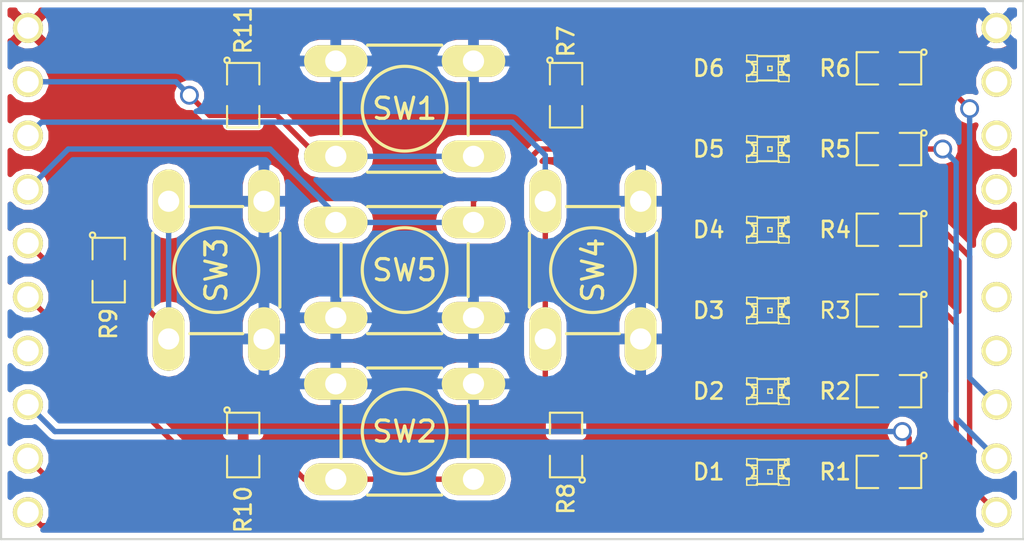
<source format=kicad_pcb>
(kicad_pcb (version 3) (host pcbnew "(2013-07-07 BZR 4022)-stable")

  (general
    (links 48)
    (no_connects 0)
    (area 186.639999 135.839999 235.000001 161.340001)
    (thickness 1.6)
    (drawings 4)
    (tracks 81)
    (zones 0)
    (modules 23)
    (nets 20)
  )

  (page A3)
  (layers
    (15 F.Cu signal)
    (0 B.Cu signal hide)
    (16 B.Adhes user)
    (17 F.Adhes user)
    (18 B.Paste user)
    (19 F.Paste user)
    (20 B.SilkS user)
    (21 F.SilkS user)
    (22 B.Mask user)
    (23 F.Mask user)
    (24 Dwgs.User user)
    (25 Cmts.User user)
    (26 Eco1.User user)
    (27 Eco2.User user)
    (28 Edge.Cuts user)
  )

  (setup
    (last_trace_width 0.254)
    (trace_clearance 0.254)
    (zone_clearance 0.254)
    (zone_45_only no)
    (trace_min 0.254)
    (segment_width 0.2)
    (edge_width 0.1)
    (via_size 0.889)
    (via_drill 0.635)
    (via_min_size 0.889)
    (via_min_drill 0.508)
    (uvia_size 0.508)
    (uvia_drill 0.127)
    (uvias_allowed no)
    (uvia_min_size 0.508)
    (uvia_min_drill 0.127)
    (pcb_text_width 0.3)
    (pcb_text_size 1.5 1.5)
    (mod_edge_width 0.15)
    (mod_text_size 1 1)
    (mod_text_width 0.15)
    (pad_size 3 1.5)
    (pad_drill 1)
    (pad_to_mask_clearance 0)
    (aux_axis_origin 0 0)
    (visible_elements FFFFFFBF)
    (pcbplotparams
      (layerselection 3178497)
      (usegerberextensions true)
      (excludeedgelayer true)
      (linewidth 0.150000)
      (plotframeref false)
      (viasonmask false)
      (mode 1)
      (useauxorigin false)
      (hpglpennumber 1)
      (hpglpenspeed 20)
      (hpglpendiameter 15)
      (hpglpenoverlay 2)
      (psnegative false)
      (psa4output false)
      (plotreference true)
      (plotvalue true)
      (plotothertext true)
      (plotinvisibletext false)
      (padsonsilk false)
      (subtractmaskfromsilk false)
      (outputformat 1)
      (mirror false)
      (drillshape 1)
      (scaleselection 1)
      (outputdirectory ""))
  )

  (net 0 "")
  (net 1 +3.3V)
  (net 2 DOWN)
  (net 3 ENTER)
  (net 4 GND)
  (net 5 LEFT)
  (net 6 N-000001)
  (net 7 N-0000010)
  (net 8 N-0000011)
  (net 9 N-0000012)
  (net 10 N-0000013)
  (net 11 N-000002)
  (net 12 N-000003)
  (net 13 N-000004)
  (net 14 N-000005)
  (net 15 N-000006)
  (net 16 N-000007)
  (net 17 N-000008)
  (net 18 RIGHT)
  (net 19 UP)

  (net_class Default "This is the default net class."
    (clearance 0.254)
    (trace_width 0.254)
    (via_dia 0.889)
    (via_drill 0.635)
    (uvia_dia 0.508)
    (uvia_drill 0.127)
    (add_net "")
    (add_net +3.3V)
    (add_net DOWN)
    (add_net ENTER)
    (add_net GND)
    (add_net LEFT)
    (add_net N-000001)
    (add_net N-0000010)
    (add_net N-0000011)
    (add_net N-0000012)
    (add_net N-0000013)
    (add_net N-000002)
    (add_net N-000003)
    (add_net N-000004)
    (add_net N-000005)
    (add_net N-000006)
    (add_net N-000007)
    (add_net N-000008)
    (add_net RIGHT)
    (add_net UP)
  )

  (module SM0805 (layer F.Cu) (tedit 52E5C39E) (tstamp 52E5B2E6)
    (at 198.12 156.845 270)
    (path /52E5A346)
    (attr smd)
    (fp_text reference R10 (at 3.048 0 270) (layer F.SilkS)
      (effects (font (size 0.762 0.762) (thickness 0.127)))
    )
    (fp_text value 10K (at 0 0.381 270) (layer F.SilkS) hide
      (effects (font (size 0.50038 0.50038) (thickness 0.10922)))
    )
    (fp_circle (center -1.651 0.762) (end -1.651 0.635) (layer F.SilkS) (width 0.09906))
    (fp_line (start -0.508 0.762) (end -1.524 0.762) (layer F.SilkS) (width 0.09906))
    (fp_line (start -1.524 0.762) (end -1.524 -0.762) (layer F.SilkS) (width 0.09906))
    (fp_line (start -1.524 -0.762) (end -0.508 -0.762) (layer F.SilkS) (width 0.09906))
    (fp_line (start 0.508 -0.762) (end 1.524 -0.762) (layer F.SilkS) (width 0.09906))
    (fp_line (start 1.524 -0.762) (end 1.524 0.762) (layer F.SilkS) (width 0.09906))
    (fp_line (start 1.524 0.762) (end 0.508 0.762) (layer F.SilkS) (width 0.09906))
    (pad 1 smd rect (at -0.9525 0 270) (size 0.889 1.397)
      (layers F.Cu F.Paste F.Mask)
      (net 1 +3.3V)
    )
    (pad 2 smd rect (at 0.9525 0 270) (size 0.889 1.397)
      (layers F.Cu F.Paste F.Mask)
      (net 2 DOWN)
    )
    (model smd/chip_cms.wrl
      (at (xyz 0 0 0))
      (scale (xyz 0.1 0.1 0.1))
      (rotate (xyz 0 0 0))
    )
  )

  (module SM0805 (layer F.Cu) (tedit 52E5D103) (tstamp 52E5B2F3)
    (at 191.77 148.59 270)
    (path /52E5A340)
    (attr smd)
    (fp_text reference R9 (at 2.54 0 270) (layer F.SilkS)
      (effects (font (size 0.762 0.762) (thickness 0.127)))
    )
    (fp_text value 10K (at 0 0.381 270) (layer F.SilkS) hide
      (effects (font (size 0.50038 0.50038) (thickness 0.10922)))
    )
    (fp_circle (center -1.651 0.762) (end -1.651 0.635) (layer F.SilkS) (width 0.09906))
    (fp_line (start -0.508 0.762) (end -1.524 0.762) (layer F.SilkS) (width 0.09906))
    (fp_line (start -1.524 0.762) (end -1.524 -0.762) (layer F.SilkS) (width 0.09906))
    (fp_line (start -1.524 -0.762) (end -0.508 -0.762) (layer F.SilkS) (width 0.09906))
    (fp_line (start 0.508 -0.762) (end 1.524 -0.762) (layer F.SilkS) (width 0.09906))
    (fp_line (start 1.524 -0.762) (end 1.524 0.762) (layer F.SilkS) (width 0.09906))
    (fp_line (start 1.524 0.762) (end 0.508 0.762) (layer F.SilkS) (width 0.09906))
    (pad 1 smd rect (at -0.9525 0 270) (size 0.889 1.397)
      (layers F.Cu F.Paste F.Mask)
      (net 1 +3.3V)
    )
    (pad 2 smd rect (at 0.9525 0 270) (size 0.889 1.397)
      (layers F.Cu F.Paste F.Mask)
      (net 5 LEFT)
    )
    (model smd/chip_cms.wrl
      (at (xyz 0 0 0))
      (scale (xyz 0.1 0.1 0.1))
      (rotate (xyz 0 0 0))
    )
  )

  (module SM0805 (layer F.Cu) (tedit 52E5C2D8) (tstamp 52E5B300)
    (at 213.36 156.845 90)
    (path /52E5A33A)
    (attr smd)
    (fp_text reference R8 (at -2.54 0 90) (layer F.SilkS)
      (effects (font (size 0.762 0.762) (thickness 0.127)))
    )
    (fp_text value 10K (at 0 0.381 90) (layer F.SilkS) hide
      (effects (font (size 0.50038 0.50038) (thickness 0.10922)))
    )
    (fp_circle (center -1.651 0.762) (end -1.651 0.635) (layer F.SilkS) (width 0.09906))
    (fp_line (start -0.508 0.762) (end -1.524 0.762) (layer F.SilkS) (width 0.09906))
    (fp_line (start -1.524 0.762) (end -1.524 -0.762) (layer F.SilkS) (width 0.09906))
    (fp_line (start -1.524 -0.762) (end -0.508 -0.762) (layer F.SilkS) (width 0.09906))
    (fp_line (start 0.508 -0.762) (end 1.524 -0.762) (layer F.SilkS) (width 0.09906))
    (fp_line (start 1.524 -0.762) (end 1.524 0.762) (layer F.SilkS) (width 0.09906))
    (fp_line (start 1.524 0.762) (end 0.508 0.762) (layer F.SilkS) (width 0.09906))
    (pad 1 smd rect (at -0.9525 0 90) (size 0.889 1.397)
      (layers F.Cu F.Paste F.Mask)
      (net 1 +3.3V)
    )
    (pad 2 smd rect (at 0.9525 0 90) (size 0.889 1.397)
      (layers F.Cu F.Paste F.Mask)
      (net 18 RIGHT)
    )
    (model smd/chip_cms.wrl
      (at (xyz 0 0 0))
      (scale (xyz 0.1 0.1 0.1))
      (rotate (xyz 0 0 0))
    )
  )

  (module SM0805 (layer F.Cu) (tedit 52E5C366) (tstamp 52E5B30D)
    (at 213.36 140.335 270)
    (path /52E5A32D)
    (attr smd)
    (fp_text reference R7 (at -2.54 0 270) (layer F.SilkS)
      (effects (font (size 0.762 0.762) (thickness 0.127)))
    )
    (fp_text value 10K (at 0 0.381 270) (layer F.SilkS) hide
      (effects (font (size 0.50038 0.50038) (thickness 0.10922)))
    )
    (fp_circle (center -1.651 0.762) (end -1.651 0.635) (layer F.SilkS) (width 0.09906))
    (fp_line (start -0.508 0.762) (end -1.524 0.762) (layer F.SilkS) (width 0.09906))
    (fp_line (start -1.524 0.762) (end -1.524 -0.762) (layer F.SilkS) (width 0.09906))
    (fp_line (start -1.524 -0.762) (end -0.508 -0.762) (layer F.SilkS) (width 0.09906))
    (fp_line (start 0.508 -0.762) (end 1.524 -0.762) (layer F.SilkS) (width 0.09906))
    (fp_line (start 1.524 -0.762) (end 1.524 0.762) (layer F.SilkS) (width 0.09906))
    (fp_line (start 1.524 0.762) (end 0.508 0.762) (layer F.SilkS) (width 0.09906))
    (pad 1 smd rect (at -0.9525 0 270) (size 0.889 1.397)
      (layers F.Cu F.Paste F.Mask)
      (net 1 +3.3V)
    )
    (pad 2 smd rect (at 0.9525 0 270) (size 0.889 1.397)
      (layers F.Cu F.Paste F.Mask)
      (net 3 ENTER)
    )
    (model smd/chip_cms.wrl
      (at (xyz 0 0 0))
      (scale (xyz 0.1 0.1 0.1))
      (rotate (xyz 0 0 0))
    )
  )

  (module SM0805 (layer F.Cu) (tedit 52E5C3A5) (tstamp 52E5B31A)
    (at 198.12 140.335 270)
    (path /52E5A34C)
    (attr smd)
    (fp_text reference R11 (at -3.048 0 270) (layer F.SilkS)
      (effects (font (size 0.762 0.762) (thickness 0.127)))
    )
    (fp_text value 10K (at 0 0.381 270) (layer F.SilkS) hide
      (effects (font (size 0.50038 0.50038) (thickness 0.10922)))
    )
    (fp_circle (center -1.651 0.762) (end -1.651 0.635) (layer F.SilkS) (width 0.09906))
    (fp_line (start -0.508 0.762) (end -1.524 0.762) (layer F.SilkS) (width 0.09906))
    (fp_line (start -1.524 0.762) (end -1.524 -0.762) (layer F.SilkS) (width 0.09906))
    (fp_line (start -1.524 -0.762) (end -0.508 -0.762) (layer F.SilkS) (width 0.09906))
    (fp_line (start 0.508 -0.762) (end 1.524 -0.762) (layer F.SilkS) (width 0.09906))
    (fp_line (start 1.524 -0.762) (end 1.524 0.762) (layer F.SilkS) (width 0.09906))
    (fp_line (start 1.524 0.762) (end 0.508 0.762) (layer F.SilkS) (width 0.09906))
    (pad 1 smd rect (at -0.9525 0 270) (size 0.889 1.397)
      (layers F.Cu F.Paste F.Mask)
      (net 1 +3.3V)
    )
    (pad 2 smd rect (at 0.9525 0 270) (size 0.889 1.397)
      (layers F.Cu F.Paste F.Mask)
      (net 19 UP)
    )
    (model smd/chip_cms.wrl
      (at (xyz 0 0 0))
      (scale (xyz 0.1 0.1 0.1))
      (rotate (xyz 0 0 0))
    )
  )

  (module SM0805 (layer F.Cu) (tedit 52E5D53F) (tstamp 52E5B327)
    (at 228.6 139.065 180)
    (path /52E59D28)
    (attr smd)
    (fp_text reference R6 (at 2.54 0 180) (layer F.SilkS)
      (effects (font (size 0.762 0.762) (thickness 0.127)))
    )
    (fp_text value 82 (at 0 0.381 180) (layer F.SilkS) hide
      (effects (font (size 0.50038 0.50038) (thickness 0.10922)))
    )
    (fp_circle (center -1.651 0.762) (end -1.651 0.635) (layer F.SilkS) (width 0.09906))
    (fp_line (start -0.508 0.762) (end -1.524 0.762) (layer F.SilkS) (width 0.09906))
    (fp_line (start -1.524 0.762) (end -1.524 -0.762) (layer F.SilkS) (width 0.09906))
    (fp_line (start -1.524 -0.762) (end -0.508 -0.762) (layer F.SilkS) (width 0.09906))
    (fp_line (start 0.508 -0.762) (end 1.524 -0.762) (layer F.SilkS) (width 0.09906))
    (fp_line (start 1.524 -0.762) (end 1.524 0.762) (layer F.SilkS) (width 0.09906))
    (fp_line (start 1.524 0.762) (end 0.508 0.762) (layer F.SilkS) (width 0.09906))
    (pad 1 smd rect (at -0.9525 0 180) (size 0.889 1.397)
      (layers F.Cu F.Paste F.Mask)
      (net 17 N-000008)
    )
    (pad 2 smd rect (at 0.9525 0 180) (size 0.889 1.397)
      (layers F.Cu F.Paste F.Mask)
      (net 11 N-000002)
    )
    (model smd/chip_cms.wrl
      (at (xyz 0 0 0))
      (scale (xyz 0.1 0.1 0.1))
      (rotate (xyz 0 0 0))
    )
  )

  (module SM0805 (layer F.Cu) (tedit 52E5D54A) (tstamp 52E5B334)
    (at 228.6 142.875 180)
    (path /52E59D22)
    (attr smd)
    (fp_text reference R5 (at 2.54 0 180) (layer F.SilkS)
      (effects (font (size 0.762 0.762) (thickness 0.127)))
    )
    (fp_text value 82 (at 0 0.381 180) (layer F.SilkS) hide
      (effects (font (size 0.50038 0.50038) (thickness 0.10922)))
    )
    (fp_circle (center -1.651 0.762) (end -1.651 0.635) (layer F.SilkS) (width 0.09906))
    (fp_line (start -0.508 0.762) (end -1.524 0.762) (layer F.SilkS) (width 0.09906))
    (fp_line (start -1.524 0.762) (end -1.524 -0.762) (layer F.SilkS) (width 0.09906))
    (fp_line (start -1.524 -0.762) (end -0.508 -0.762) (layer F.SilkS) (width 0.09906))
    (fp_line (start 0.508 -0.762) (end 1.524 -0.762) (layer F.SilkS) (width 0.09906))
    (fp_line (start 1.524 -0.762) (end 1.524 0.762) (layer F.SilkS) (width 0.09906))
    (fp_line (start 1.524 0.762) (end 0.508 0.762) (layer F.SilkS) (width 0.09906))
    (pad 1 smd rect (at -0.9525 0 180) (size 0.889 1.397)
      (layers F.Cu F.Paste F.Mask)
      (net 6 N-000001)
    )
    (pad 2 smd rect (at 0.9525 0 180) (size 0.889 1.397)
      (layers F.Cu F.Paste F.Mask)
      (net 16 N-000007)
    )
    (model smd/chip_cms.wrl
      (at (xyz 0 0 0))
      (scale (xyz 0.1 0.1 0.1))
      (rotate (xyz 0 0 0))
    )
  )

  (module SM0805 (layer F.Cu) (tedit 52E5D553) (tstamp 52E5B341)
    (at 228.6 146.685 180)
    (path /52E59D1C)
    (attr smd)
    (fp_text reference R4 (at 2.54 0 180) (layer F.SilkS)
      (effects (font (size 0.762 0.762) (thickness 0.127)))
    )
    (fp_text value 82 (at 0 0.381 180) (layer F.SilkS) hide
      (effects (font (size 0.50038 0.50038) (thickness 0.10922)))
    )
    (fp_circle (center -1.651 0.762) (end -1.651 0.635) (layer F.SilkS) (width 0.09906))
    (fp_line (start -0.508 0.762) (end -1.524 0.762) (layer F.SilkS) (width 0.09906))
    (fp_line (start -1.524 0.762) (end -1.524 -0.762) (layer F.SilkS) (width 0.09906))
    (fp_line (start -1.524 -0.762) (end -0.508 -0.762) (layer F.SilkS) (width 0.09906))
    (fp_line (start 0.508 -0.762) (end 1.524 -0.762) (layer F.SilkS) (width 0.09906))
    (fp_line (start 1.524 -0.762) (end 1.524 0.762) (layer F.SilkS) (width 0.09906))
    (fp_line (start 1.524 0.762) (end 0.508 0.762) (layer F.SilkS) (width 0.09906))
    (pad 1 smd rect (at -0.9525 0 180) (size 0.889 1.397)
      (layers F.Cu F.Paste F.Mask)
      (net 15 N-000006)
    )
    (pad 2 smd rect (at 0.9525 0 180) (size 0.889 1.397)
      (layers F.Cu F.Paste F.Mask)
      (net 10 N-0000013)
    )
    (model smd/chip_cms.wrl
      (at (xyz 0 0 0))
      (scale (xyz 0.1 0.1 0.1))
      (rotate (xyz 0 0 0))
    )
  )

  (module SM0805 (layer F.Cu) (tedit 52E5D56A) (tstamp 52E5B34E)
    (at 228.6 150.495 180)
    (path /52E59D16)
    (attr smd)
    (fp_text reference R3 (at 2.54 0 180) (layer F.SilkS)
      (effects (font (size 0.762 0.762) (thickness 0.10922)))
    )
    (fp_text value 82 (at 0 0.381 180) (layer F.SilkS) hide
      (effects (font (size 0.50038 0.50038) (thickness 0.10922)))
    )
    (fp_circle (center -1.651 0.762) (end -1.651 0.635) (layer F.SilkS) (width 0.09906))
    (fp_line (start -0.508 0.762) (end -1.524 0.762) (layer F.SilkS) (width 0.09906))
    (fp_line (start -1.524 0.762) (end -1.524 -0.762) (layer F.SilkS) (width 0.09906))
    (fp_line (start -1.524 -0.762) (end -0.508 -0.762) (layer F.SilkS) (width 0.09906))
    (fp_line (start 0.508 -0.762) (end 1.524 -0.762) (layer F.SilkS) (width 0.09906))
    (fp_line (start 1.524 -0.762) (end 1.524 0.762) (layer F.SilkS) (width 0.09906))
    (fp_line (start 1.524 0.762) (end 0.508 0.762) (layer F.SilkS) (width 0.09906))
    (pad 1 smd rect (at -0.9525 0 180) (size 0.889 1.397)
      (layers F.Cu F.Paste F.Mask)
      (net 12 N-000003)
    )
    (pad 2 smd rect (at 0.9525 0 180) (size 0.889 1.397)
      (layers F.Cu F.Paste F.Mask)
      (net 7 N-0000010)
    )
    (model smd/chip_cms.wrl
      (at (xyz 0 0 0))
      (scale (xyz 0.1 0.1 0.1))
      (rotate (xyz 0 0 0))
    )
  )

  (module SM0805 (layer F.Cu) (tedit 52E5D574) (tstamp 52E5B35B)
    (at 228.6 154.305 180)
    (path /52E59D10)
    (attr smd)
    (fp_text reference R2 (at 2.54 0 180) (layer F.SilkS)
      (effects (font (size 0.762 0.762) (thickness 0.127)))
    )
    (fp_text value 82 (at 0 0.381 180) (layer F.SilkS) hide
      (effects (font (size 0.50038 0.50038) (thickness 0.10922)))
    )
    (fp_circle (center -1.651 0.762) (end -1.651 0.635) (layer F.SilkS) (width 0.09906))
    (fp_line (start -0.508 0.762) (end -1.524 0.762) (layer F.SilkS) (width 0.09906))
    (fp_line (start -1.524 0.762) (end -1.524 -0.762) (layer F.SilkS) (width 0.09906))
    (fp_line (start -1.524 -0.762) (end -0.508 -0.762) (layer F.SilkS) (width 0.09906))
    (fp_line (start 0.508 -0.762) (end 1.524 -0.762) (layer F.SilkS) (width 0.09906))
    (fp_line (start 1.524 -0.762) (end 1.524 0.762) (layer F.SilkS) (width 0.09906))
    (fp_line (start 1.524 0.762) (end 0.508 0.762) (layer F.SilkS) (width 0.09906))
    (pad 1 smd rect (at -0.9525 0 180) (size 0.889 1.397)
      (layers F.Cu F.Paste F.Mask)
      (net 13 N-000004)
    )
    (pad 2 smd rect (at 0.9525 0 180) (size 0.889 1.397)
      (layers F.Cu F.Paste F.Mask)
      (net 8 N-0000011)
    )
    (model smd/chip_cms.wrl
      (at (xyz 0 0 0))
      (scale (xyz 0.1 0.1 0.1))
      (rotate (xyz 0 0 0))
    )
  )

  (module SM0805 (layer F.Cu) (tedit 52E5D57D) (tstamp 52E5B368)
    (at 228.6 158.115 180)
    (path /52E59CF9)
    (attr smd)
    (fp_text reference R1 (at 2.54 0 180) (layer F.SilkS)
      (effects (font (size 0.762 0.762) (thickness 0.127)))
    )
    (fp_text value 82 (at 0 0.381 180) (layer F.SilkS) hide
      (effects (font (size 0.50038 0.50038) (thickness 0.10922)))
    )
    (fp_circle (center -1.651 0.762) (end -1.651 0.635) (layer F.SilkS) (width 0.09906))
    (fp_line (start -0.508 0.762) (end -1.524 0.762) (layer F.SilkS) (width 0.09906))
    (fp_line (start -1.524 0.762) (end -1.524 -0.762) (layer F.SilkS) (width 0.09906))
    (fp_line (start -1.524 -0.762) (end -0.508 -0.762) (layer F.SilkS) (width 0.09906))
    (fp_line (start 0.508 -0.762) (end 1.524 -0.762) (layer F.SilkS) (width 0.09906))
    (fp_line (start 1.524 -0.762) (end 1.524 0.762) (layer F.SilkS) (width 0.09906))
    (fp_line (start 1.524 0.762) (end 0.508 0.762) (layer F.SilkS) (width 0.09906))
    (pad 1 smd rect (at -0.9525 0 180) (size 0.889 1.397)
      (layers F.Cu F.Paste F.Mask)
      (net 14 N-000005)
    )
    (pad 2 smd rect (at 0.9525 0 180) (size 0.889 1.397)
      (layers F.Cu F.Paste F.Mask)
      (net 9 N-0000012)
    )
    (model smd/chip_cms.wrl
      (at (xyz 0 0 0))
      (scale (xyz 0.1 0.1 0.1))
      (rotate (xyz 0 0 0))
    )
  )

  (module MSP430_Launchpad (layer F.Cu) (tedit 52E588D3) (tstamp 52E5B380)
    (at 210.82 161.29)
    (path /52E59B37)
    (fp_text reference U1 (at 0 1.27) (layer F.SilkS) hide
      (effects (font (size 1 1) (thickness 0.15)))
    )
    (fp_text value MSP430_LAUNCHPAD (at 0 -26.67) (layer F.SilkS) hide
      (effects (font (size 1 1) (thickness 0.15)))
    )
    (pad 1 thru_hole circle (at -22.86 -24.13) (size 1.4224 1.4224) (drill 1.016)
      (layers *.Cu *.Mask F.SilkS)
      (net 1 +3.3V)
    )
    (pad 2 thru_hole circle (at -22.86 -21.59) (size 1.4224 1.4224) (drill 1.016)
      (layers *.Cu *.Mask F.SilkS)
      (net 19 UP)
    )
    (pad 3 thru_hole circle (at -22.86 -19.05) (size 1.4224 1.4224) (drill 1.016)
      (layers *.Cu *.Mask F.SilkS)
      (net 18 RIGHT)
    )
    (pad 4 thru_hole circle (at -22.86 -16.51) (size 1.4224 1.4224) (drill 1.016)
      (layers *.Cu *.Mask F.SilkS)
      (net 3 ENTER)
    )
    (pad 5 thru_hole circle (at -22.86 -13.97) (size 1.4224 1.4224) (drill 1.016)
      (layers *.Cu *.Mask F.SilkS)
      (net 5 LEFT)
    )
    (pad 6 thru_hole circle (at -22.86 -11.43) (size 1.4224 1.4224) (drill 1.016)
      (layers *.Cu *.Mask F.SilkS)
      (net 2 DOWN)
    )
    (pad 7 thru_hole circle (at -22.86 -8.89) (size 1.4224 1.4224) (drill 1.016)
      (layers *.Cu *.Mask F.SilkS)
    )
    (pad 8 thru_hole circle (at -22.86 -6.35) (size 1.4224 1.4224) (drill 1.016)
      (layers *.Cu *.Mask F.SilkS)
      (net 14 N-000005)
    )
    (pad 9 thru_hole circle (at -22.86 -3.81) (size 1.4224 1.4224) (drill 1.016)
      (layers *.Cu *.Mask F.SilkS)
      (net 13 N-000004)
    )
    (pad 10 thru_hole circle (at -22.86 -1.27) (size 1.4224 1.4224) (drill 1.016)
      (layers *.Cu *.Mask F.SilkS)
      (net 12 N-000003)
    )
    (pad 11 thru_hole circle (at 22.86 -1.27) (size 1.4224 1.4224) (drill 1.016)
      (layers *.Cu *.Mask F.SilkS)
      (net 15 N-000006)
    )
    (pad 12 thru_hole circle (at 22.86 -3.81) (size 1.4224 1.4224) (drill 1.016)
      (layers *.Cu *.Mask F.SilkS)
      (net 6 N-000001)
    )
    (pad 13 thru_hole circle (at 22.86 -6.35) (size 1.4224 1.4224) (drill 1.016)
      (layers *.Cu *.Mask F.SilkS)
      (net 17 N-000008)
    )
    (pad 14 thru_hole circle (at 22.86 -8.89) (size 1.4224 1.4224) (drill 1.016)
      (layers *.Cu *.Mask F.SilkS)
    )
    (pad 15 thru_hole circle (at 22.86 -11.43) (size 1.4224 1.4224) (drill 1.016)
      (layers *.Cu *.Mask F.SilkS)
    )
    (pad 16 thru_hole circle (at 22.86 -13.97) (size 1.4224 1.4224) (drill 1.016)
      (layers *.Cu *.Mask F.SilkS)
    )
    (pad 17 thru_hole circle (at 22.86 -16.51) (size 1.4224 1.4224) (drill 1.016)
      (layers *.Cu *.Mask F.SilkS)
    )
    (pad 18 thru_hole circle (at 22.86 -19.05) (size 1.4224 1.4224) (drill 1.016)
      (layers *.Cu *.Mask F.SilkS)
    )
    (pad 19 thru_hole circle (at 22.86 -21.59) (size 1.4224 1.4224) (drill 1.016)
      (layers *.Cu *.Mask F.SilkS)
    )
    (pad 20 thru_hole circle (at 22.86 -24.13) (size 1.4224 1.4224) (drill 1.016)
      (layers *.Cu *.Mask F.SilkS)
      (net 4 GND)
    )
  )

  (module LED-0805 (layer F.Cu) (tedit 52E5D539) (tstamp 52E5B3BB)
    (at 222.885 139.065)
    (descr "LED 0805 smd package")
    (tags "LED 0805 SMD")
    (path /52E59D6B)
    (attr smd)
    (fp_text reference D6 (at -2.794 0) (layer F.SilkS)
      (effects (font (size 0.762 0.762) (thickness 0.127)))
    )
    (fp_text value LED (at 0 1.27) (layer F.SilkS) hide
      (effects (font (size 0.762 0.762) (thickness 0.127)))
    )
    (fp_line (start 0.49784 0.29972) (end 0.49784 0.62484) (layer F.SilkS) (width 0.06604))
    (fp_line (start 0.49784 0.62484) (end 0.99822 0.62484) (layer F.SilkS) (width 0.06604))
    (fp_line (start 0.99822 0.29972) (end 0.99822 0.62484) (layer F.SilkS) (width 0.06604))
    (fp_line (start 0.49784 0.29972) (end 0.99822 0.29972) (layer F.SilkS) (width 0.06604))
    (fp_line (start 0.49784 -0.32258) (end 0.49784 -0.17272) (layer F.SilkS) (width 0.06604))
    (fp_line (start 0.49784 -0.17272) (end 0.7493 -0.17272) (layer F.SilkS) (width 0.06604))
    (fp_line (start 0.7493 -0.32258) (end 0.7493 -0.17272) (layer F.SilkS) (width 0.06604))
    (fp_line (start 0.49784 -0.32258) (end 0.7493 -0.32258) (layer F.SilkS) (width 0.06604))
    (fp_line (start 0.49784 0.17272) (end 0.49784 0.32258) (layer F.SilkS) (width 0.06604))
    (fp_line (start 0.49784 0.32258) (end 0.7493 0.32258) (layer F.SilkS) (width 0.06604))
    (fp_line (start 0.7493 0.17272) (end 0.7493 0.32258) (layer F.SilkS) (width 0.06604))
    (fp_line (start 0.49784 0.17272) (end 0.7493 0.17272) (layer F.SilkS) (width 0.06604))
    (fp_line (start 0.49784 -0.19812) (end 0.49784 0.19812) (layer F.SilkS) (width 0.06604))
    (fp_line (start 0.49784 0.19812) (end 0.6731 0.19812) (layer F.SilkS) (width 0.06604))
    (fp_line (start 0.6731 -0.19812) (end 0.6731 0.19812) (layer F.SilkS) (width 0.06604))
    (fp_line (start 0.49784 -0.19812) (end 0.6731 -0.19812) (layer F.SilkS) (width 0.06604))
    (fp_line (start -0.99822 0.29972) (end -0.99822 0.62484) (layer F.SilkS) (width 0.06604))
    (fp_line (start -0.99822 0.62484) (end -0.49784 0.62484) (layer F.SilkS) (width 0.06604))
    (fp_line (start -0.49784 0.29972) (end -0.49784 0.62484) (layer F.SilkS) (width 0.06604))
    (fp_line (start -0.99822 0.29972) (end -0.49784 0.29972) (layer F.SilkS) (width 0.06604))
    (fp_line (start -0.99822 -0.62484) (end -0.99822 -0.29972) (layer F.SilkS) (width 0.06604))
    (fp_line (start -0.99822 -0.29972) (end -0.49784 -0.29972) (layer F.SilkS) (width 0.06604))
    (fp_line (start -0.49784 -0.62484) (end -0.49784 -0.29972) (layer F.SilkS) (width 0.06604))
    (fp_line (start -0.99822 -0.62484) (end -0.49784 -0.62484) (layer F.SilkS) (width 0.06604))
    (fp_line (start -0.7493 0.17272) (end -0.7493 0.32258) (layer F.SilkS) (width 0.06604))
    (fp_line (start -0.7493 0.32258) (end -0.49784 0.32258) (layer F.SilkS) (width 0.06604))
    (fp_line (start -0.49784 0.17272) (end -0.49784 0.32258) (layer F.SilkS) (width 0.06604))
    (fp_line (start -0.7493 0.17272) (end -0.49784 0.17272) (layer F.SilkS) (width 0.06604))
    (fp_line (start -0.7493 -0.32258) (end -0.7493 -0.17272) (layer F.SilkS) (width 0.06604))
    (fp_line (start -0.7493 -0.17272) (end -0.49784 -0.17272) (layer F.SilkS) (width 0.06604))
    (fp_line (start -0.49784 -0.32258) (end -0.49784 -0.17272) (layer F.SilkS) (width 0.06604))
    (fp_line (start -0.7493 -0.32258) (end -0.49784 -0.32258) (layer F.SilkS) (width 0.06604))
    (fp_line (start -0.6731 -0.19812) (end -0.6731 0.19812) (layer F.SilkS) (width 0.06604))
    (fp_line (start -0.6731 0.19812) (end -0.49784 0.19812) (layer F.SilkS) (width 0.06604))
    (fp_line (start -0.49784 -0.19812) (end -0.49784 0.19812) (layer F.SilkS) (width 0.06604))
    (fp_line (start -0.6731 -0.19812) (end -0.49784 -0.19812) (layer F.SilkS) (width 0.06604))
    (fp_line (start 0 -0.09906) (end 0 0.09906) (layer F.SilkS) (width 0.06604))
    (fp_line (start 0 0.09906) (end 0.19812 0.09906) (layer F.SilkS) (width 0.06604))
    (fp_line (start 0.19812 -0.09906) (end 0.19812 0.09906) (layer F.SilkS) (width 0.06604))
    (fp_line (start 0 -0.09906) (end 0.19812 -0.09906) (layer F.SilkS) (width 0.06604))
    (fp_line (start 0.49784 -0.59944) (end 0.49784 -0.29972) (layer F.SilkS) (width 0.06604))
    (fp_line (start 0.49784 -0.29972) (end 0.79756 -0.29972) (layer F.SilkS) (width 0.06604))
    (fp_line (start 0.79756 -0.59944) (end 0.79756 -0.29972) (layer F.SilkS) (width 0.06604))
    (fp_line (start 0.49784 -0.59944) (end 0.79756 -0.59944) (layer F.SilkS) (width 0.06604))
    (fp_line (start 0.92456 -0.62484) (end 0.92456 -0.39878) (layer F.SilkS) (width 0.06604))
    (fp_line (start 0.92456 -0.39878) (end 0.99822 -0.39878) (layer F.SilkS) (width 0.06604))
    (fp_line (start 0.99822 -0.62484) (end 0.99822 -0.39878) (layer F.SilkS) (width 0.06604))
    (fp_line (start 0.92456 -0.62484) (end 0.99822 -0.62484) (layer F.SilkS) (width 0.06604))
    (fp_line (start 0.52324 0.57404) (end -0.52324 0.57404) (layer F.SilkS) (width 0.1016))
    (fp_line (start -0.49784 -0.57404) (end 0.92456 -0.57404) (layer F.SilkS) (width 0.1016))
    (fp_circle (center 0.84836 -0.44958) (end 0.89916 -0.50038) (layer F.SilkS) (width 0.0508))
    (fp_arc (start 0.99822 0) (end 0.99822 0.34798) (angle 180) (layer F.SilkS) (width 0.1016))
    (fp_arc (start -0.99822 0) (end -0.99822 -0.34798) (angle 180) (layer F.SilkS) (width 0.1016))
    (pad 1 smd rect (at -1.04902 0) (size 1.19888 1.19888)
      (layers F.Cu F.Paste F.Mask)
      (net 1 +3.3V)
    )
    (pad 2 smd rect (at 1.04902 0) (size 1.19888 1.19888)
      (layers F.Cu F.Paste F.Mask)
      (net 11 N-000002)
    )
  )

  (module LED-0805 (layer F.Cu) (tedit 52E5D546) (tstamp 52E5B3F6)
    (at 222.885 142.875)
    (descr "LED 0805 smd package")
    (tags "LED 0805 SMD")
    (path /52E59D65)
    (attr smd)
    (fp_text reference D5 (at -2.794 0) (layer F.SilkS)
      (effects (font (size 0.762 0.762) (thickness 0.127)))
    )
    (fp_text value LED (at 0 1.27) (layer F.SilkS) hide
      (effects (font (size 0.762 0.762) (thickness 0.127)))
    )
    (fp_line (start 0.49784 0.29972) (end 0.49784 0.62484) (layer F.SilkS) (width 0.06604))
    (fp_line (start 0.49784 0.62484) (end 0.99822 0.62484) (layer F.SilkS) (width 0.06604))
    (fp_line (start 0.99822 0.29972) (end 0.99822 0.62484) (layer F.SilkS) (width 0.06604))
    (fp_line (start 0.49784 0.29972) (end 0.99822 0.29972) (layer F.SilkS) (width 0.06604))
    (fp_line (start 0.49784 -0.32258) (end 0.49784 -0.17272) (layer F.SilkS) (width 0.06604))
    (fp_line (start 0.49784 -0.17272) (end 0.7493 -0.17272) (layer F.SilkS) (width 0.06604))
    (fp_line (start 0.7493 -0.32258) (end 0.7493 -0.17272) (layer F.SilkS) (width 0.06604))
    (fp_line (start 0.49784 -0.32258) (end 0.7493 -0.32258) (layer F.SilkS) (width 0.06604))
    (fp_line (start 0.49784 0.17272) (end 0.49784 0.32258) (layer F.SilkS) (width 0.06604))
    (fp_line (start 0.49784 0.32258) (end 0.7493 0.32258) (layer F.SilkS) (width 0.06604))
    (fp_line (start 0.7493 0.17272) (end 0.7493 0.32258) (layer F.SilkS) (width 0.06604))
    (fp_line (start 0.49784 0.17272) (end 0.7493 0.17272) (layer F.SilkS) (width 0.06604))
    (fp_line (start 0.49784 -0.19812) (end 0.49784 0.19812) (layer F.SilkS) (width 0.06604))
    (fp_line (start 0.49784 0.19812) (end 0.6731 0.19812) (layer F.SilkS) (width 0.06604))
    (fp_line (start 0.6731 -0.19812) (end 0.6731 0.19812) (layer F.SilkS) (width 0.06604))
    (fp_line (start 0.49784 -0.19812) (end 0.6731 -0.19812) (layer F.SilkS) (width 0.06604))
    (fp_line (start -0.99822 0.29972) (end -0.99822 0.62484) (layer F.SilkS) (width 0.06604))
    (fp_line (start -0.99822 0.62484) (end -0.49784 0.62484) (layer F.SilkS) (width 0.06604))
    (fp_line (start -0.49784 0.29972) (end -0.49784 0.62484) (layer F.SilkS) (width 0.06604))
    (fp_line (start -0.99822 0.29972) (end -0.49784 0.29972) (layer F.SilkS) (width 0.06604))
    (fp_line (start -0.99822 -0.62484) (end -0.99822 -0.29972) (layer F.SilkS) (width 0.06604))
    (fp_line (start -0.99822 -0.29972) (end -0.49784 -0.29972) (layer F.SilkS) (width 0.06604))
    (fp_line (start -0.49784 -0.62484) (end -0.49784 -0.29972) (layer F.SilkS) (width 0.06604))
    (fp_line (start -0.99822 -0.62484) (end -0.49784 -0.62484) (layer F.SilkS) (width 0.06604))
    (fp_line (start -0.7493 0.17272) (end -0.7493 0.32258) (layer F.SilkS) (width 0.06604))
    (fp_line (start -0.7493 0.32258) (end -0.49784 0.32258) (layer F.SilkS) (width 0.06604))
    (fp_line (start -0.49784 0.17272) (end -0.49784 0.32258) (layer F.SilkS) (width 0.06604))
    (fp_line (start -0.7493 0.17272) (end -0.49784 0.17272) (layer F.SilkS) (width 0.06604))
    (fp_line (start -0.7493 -0.32258) (end -0.7493 -0.17272) (layer F.SilkS) (width 0.06604))
    (fp_line (start -0.7493 -0.17272) (end -0.49784 -0.17272) (layer F.SilkS) (width 0.06604))
    (fp_line (start -0.49784 -0.32258) (end -0.49784 -0.17272) (layer F.SilkS) (width 0.06604))
    (fp_line (start -0.7493 -0.32258) (end -0.49784 -0.32258) (layer F.SilkS) (width 0.06604))
    (fp_line (start -0.6731 -0.19812) (end -0.6731 0.19812) (layer F.SilkS) (width 0.06604))
    (fp_line (start -0.6731 0.19812) (end -0.49784 0.19812) (layer F.SilkS) (width 0.06604))
    (fp_line (start -0.49784 -0.19812) (end -0.49784 0.19812) (layer F.SilkS) (width 0.06604))
    (fp_line (start -0.6731 -0.19812) (end -0.49784 -0.19812) (layer F.SilkS) (width 0.06604))
    (fp_line (start 0 -0.09906) (end 0 0.09906) (layer F.SilkS) (width 0.06604))
    (fp_line (start 0 0.09906) (end 0.19812 0.09906) (layer F.SilkS) (width 0.06604))
    (fp_line (start 0.19812 -0.09906) (end 0.19812 0.09906) (layer F.SilkS) (width 0.06604))
    (fp_line (start 0 -0.09906) (end 0.19812 -0.09906) (layer F.SilkS) (width 0.06604))
    (fp_line (start 0.49784 -0.59944) (end 0.49784 -0.29972) (layer F.SilkS) (width 0.06604))
    (fp_line (start 0.49784 -0.29972) (end 0.79756 -0.29972) (layer F.SilkS) (width 0.06604))
    (fp_line (start 0.79756 -0.59944) (end 0.79756 -0.29972) (layer F.SilkS) (width 0.06604))
    (fp_line (start 0.49784 -0.59944) (end 0.79756 -0.59944) (layer F.SilkS) (width 0.06604))
    (fp_line (start 0.92456 -0.62484) (end 0.92456 -0.39878) (layer F.SilkS) (width 0.06604))
    (fp_line (start 0.92456 -0.39878) (end 0.99822 -0.39878) (layer F.SilkS) (width 0.06604))
    (fp_line (start 0.99822 -0.62484) (end 0.99822 -0.39878) (layer F.SilkS) (width 0.06604))
    (fp_line (start 0.92456 -0.62484) (end 0.99822 -0.62484) (layer F.SilkS) (width 0.06604))
    (fp_line (start 0.52324 0.57404) (end -0.52324 0.57404) (layer F.SilkS) (width 0.1016))
    (fp_line (start -0.49784 -0.57404) (end 0.92456 -0.57404) (layer F.SilkS) (width 0.1016))
    (fp_circle (center 0.84836 -0.44958) (end 0.89916 -0.50038) (layer F.SilkS) (width 0.0508))
    (fp_arc (start 0.99822 0) (end 0.99822 0.34798) (angle 180) (layer F.SilkS) (width 0.1016))
    (fp_arc (start -0.99822 0) (end -0.99822 -0.34798) (angle 180) (layer F.SilkS) (width 0.1016))
    (pad 1 smd rect (at -1.04902 0) (size 1.19888 1.19888)
      (layers F.Cu F.Paste F.Mask)
      (net 1 +3.3V)
    )
    (pad 2 smd rect (at 1.04902 0) (size 1.19888 1.19888)
      (layers F.Cu F.Paste F.Mask)
      (net 16 N-000007)
    )
  )

  (module LED-0805 (layer F.Cu) (tedit 52E5D54F) (tstamp 52E5B431)
    (at 222.885 146.685)
    (descr "LED 0805 smd package")
    (tags "LED 0805 SMD")
    (path /52E59D5F)
    (attr smd)
    (fp_text reference D4 (at -2.794 0) (layer F.SilkS)
      (effects (font (size 0.762 0.762) (thickness 0.127)))
    )
    (fp_text value LED (at 0 1.27) (layer F.SilkS) hide
      (effects (font (size 0.762 0.762) (thickness 0.127)))
    )
    (fp_line (start 0.49784 0.29972) (end 0.49784 0.62484) (layer F.SilkS) (width 0.06604))
    (fp_line (start 0.49784 0.62484) (end 0.99822 0.62484) (layer F.SilkS) (width 0.06604))
    (fp_line (start 0.99822 0.29972) (end 0.99822 0.62484) (layer F.SilkS) (width 0.06604))
    (fp_line (start 0.49784 0.29972) (end 0.99822 0.29972) (layer F.SilkS) (width 0.06604))
    (fp_line (start 0.49784 -0.32258) (end 0.49784 -0.17272) (layer F.SilkS) (width 0.06604))
    (fp_line (start 0.49784 -0.17272) (end 0.7493 -0.17272) (layer F.SilkS) (width 0.06604))
    (fp_line (start 0.7493 -0.32258) (end 0.7493 -0.17272) (layer F.SilkS) (width 0.06604))
    (fp_line (start 0.49784 -0.32258) (end 0.7493 -0.32258) (layer F.SilkS) (width 0.06604))
    (fp_line (start 0.49784 0.17272) (end 0.49784 0.32258) (layer F.SilkS) (width 0.06604))
    (fp_line (start 0.49784 0.32258) (end 0.7493 0.32258) (layer F.SilkS) (width 0.06604))
    (fp_line (start 0.7493 0.17272) (end 0.7493 0.32258) (layer F.SilkS) (width 0.06604))
    (fp_line (start 0.49784 0.17272) (end 0.7493 0.17272) (layer F.SilkS) (width 0.06604))
    (fp_line (start 0.49784 -0.19812) (end 0.49784 0.19812) (layer F.SilkS) (width 0.06604))
    (fp_line (start 0.49784 0.19812) (end 0.6731 0.19812) (layer F.SilkS) (width 0.06604))
    (fp_line (start 0.6731 -0.19812) (end 0.6731 0.19812) (layer F.SilkS) (width 0.06604))
    (fp_line (start 0.49784 -0.19812) (end 0.6731 -0.19812) (layer F.SilkS) (width 0.06604))
    (fp_line (start -0.99822 0.29972) (end -0.99822 0.62484) (layer F.SilkS) (width 0.06604))
    (fp_line (start -0.99822 0.62484) (end -0.49784 0.62484) (layer F.SilkS) (width 0.06604))
    (fp_line (start -0.49784 0.29972) (end -0.49784 0.62484) (layer F.SilkS) (width 0.06604))
    (fp_line (start -0.99822 0.29972) (end -0.49784 0.29972) (layer F.SilkS) (width 0.06604))
    (fp_line (start -0.99822 -0.62484) (end -0.99822 -0.29972) (layer F.SilkS) (width 0.06604))
    (fp_line (start -0.99822 -0.29972) (end -0.49784 -0.29972) (layer F.SilkS) (width 0.06604))
    (fp_line (start -0.49784 -0.62484) (end -0.49784 -0.29972) (layer F.SilkS) (width 0.06604))
    (fp_line (start -0.99822 -0.62484) (end -0.49784 -0.62484) (layer F.SilkS) (width 0.06604))
    (fp_line (start -0.7493 0.17272) (end -0.7493 0.32258) (layer F.SilkS) (width 0.06604))
    (fp_line (start -0.7493 0.32258) (end -0.49784 0.32258) (layer F.SilkS) (width 0.06604))
    (fp_line (start -0.49784 0.17272) (end -0.49784 0.32258) (layer F.SilkS) (width 0.06604))
    (fp_line (start -0.7493 0.17272) (end -0.49784 0.17272) (layer F.SilkS) (width 0.06604))
    (fp_line (start -0.7493 -0.32258) (end -0.7493 -0.17272) (layer F.SilkS) (width 0.06604))
    (fp_line (start -0.7493 -0.17272) (end -0.49784 -0.17272) (layer F.SilkS) (width 0.06604))
    (fp_line (start -0.49784 -0.32258) (end -0.49784 -0.17272) (layer F.SilkS) (width 0.06604))
    (fp_line (start -0.7493 -0.32258) (end -0.49784 -0.32258) (layer F.SilkS) (width 0.06604))
    (fp_line (start -0.6731 -0.19812) (end -0.6731 0.19812) (layer F.SilkS) (width 0.06604))
    (fp_line (start -0.6731 0.19812) (end -0.49784 0.19812) (layer F.SilkS) (width 0.06604))
    (fp_line (start -0.49784 -0.19812) (end -0.49784 0.19812) (layer F.SilkS) (width 0.06604))
    (fp_line (start -0.6731 -0.19812) (end -0.49784 -0.19812) (layer F.SilkS) (width 0.06604))
    (fp_line (start 0 -0.09906) (end 0 0.09906) (layer F.SilkS) (width 0.06604))
    (fp_line (start 0 0.09906) (end 0.19812 0.09906) (layer F.SilkS) (width 0.06604))
    (fp_line (start 0.19812 -0.09906) (end 0.19812 0.09906) (layer F.SilkS) (width 0.06604))
    (fp_line (start 0 -0.09906) (end 0.19812 -0.09906) (layer F.SilkS) (width 0.06604))
    (fp_line (start 0.49784 -0.59944) (end 0.49784 -0.29972) (layer F.SilkS) (width 0.06604))
    (fp_line (start 0.49784 -0.29972) (end 0.79756 -0.29972) (layer F.SilkS) (width 0.06604))
    (fp_line (start 0.79756 -0.59944) (end 0.79756 -0.29972) (layer F.SilkS) (width 0.06604))
    (fp_line (start 0.49784 -0.59944) (end 0.79756 -0.59944) (layer F.SilkS) (width 0.06604))
    (fp_line (start 0.92456 -0.62484) (end 0.92456 -0.39878) (layer F.SilkS) (width 0.06604))
    (fp_line (start 0.92456 -0.39878) (end 0.99822 -0.39878) (layer F.SilkS) (width 0.06604))
    (fp_line (start 0.99822 -0.62484) (end 0.99822 -0.39878) (layer F.SilkS) (width 0.06604))
    (fp_line (start 0.92456 -0.62484) (end 0.99822 -0.62484) (layer F.SilkS) (width 0.06604))
    (fp_line (start 0.52324 0.57404) (end -0.52324 0.57404) (layer F.SilkS) (width 0.1016))
    (fp_line (start -0.49784 -0.57404) (end 0.92456 -0.57404) (layer F.SilkS) (width 0.1016))
    (fp_circle (center 0.84836 -0.44958) (end 0.89916 -0.50038) (layer F.SilkS) (width 0.0508))
    (fp_arc (start 0.99822 0) (end 0.99822 0.34798) (angle 180) (layer F.SilkS) (width 0.1016))
    (fp_arc (start -0.99822 0) (end -0.99822 -0.34798) (angle 180) (layer F.SilkS) (width 0.1016))
    (pad 1 smd rect (at -1.04902 0) (size 1.19888 1.19888)
      (layers F.Cu F.Paste F.Mask)
      (net 1 +3.3V)
    )
    (pad 2 smd rect (at 1.04902 0) (size 1.19888 1.19888)
      (layers F.Cu F.Paste F.Mask)
      (net 10 N-0000013)
    )
  )

  (module LED-0805 (layer F.Cu) (tedit 52E5D565) (tstamp 52E5B46C)
    (at 222.885 150.495)
    (descr "LED 0805 smd package")
    (tags "LED 0805 SMD")
    (path /52E59D45)
    (attr smd)
    (fp_text reference D3 (at -2.794 0) (layer F.SilkS)
      (effects (font (size 0.762 0.762) (thickness 0.127)))
    )
    (fp_text value LED (at 0 1.27) (layer F.SilkS) hide
      (effects (font (size 0.762 0.762) (thickness 0.127)))
    )
    (fp_line (start 0.49784 0.29972) (end 0.49784 0.62484) (layer F.SilkS) (width 0.06604))
    (fp_line (start 0.49784 0.62484) (end 0.99822 0.62484) (layer F.SilkS) (width 0.06604))
    (fp_line (start 0.99822 0.29972) (end 0.99822 0.62484) (layer F.SilkS) (width 0.06604))
    (fp_line (start 0.49784 0.29972) (end 0.99822 0.29972) (layer F.SilkS) (width 0.06604))
    (fp_line (start 0.49784 -0.32258) (end 0.49784 -0.17272) (layer F.SilkS) (width 0.06604))
    (fp_line (start 0.49784 -0.17272) (end 0.7493 -0.17272) (layer F.SilkS) (width 0.06604))
    (fp_line (start 0.7493 -0.32258) (end 0.7493 -0.17272) (layer F.SilkS) (width 0.06604))
    (fp_line (start 0.49784 -0.32258) (end 0.7493 -0.32258) (layer F.SilkS) (width 0.06604))
    (fp_line (start 0.49784 0.17272) (end 0.49784 0.32258) (layer F.SilkS) (width 0.06604))
    (fp_line (start 0.49784 0.32258) (end 0.7493 0.32258) (layer F.SilkS) (width 0.06604))
    (fp_line (start 0.7493 0.17272) (end 0.7493 0.32258) (layer F.SilkS) (width 0.06604))
    (fp_line (start 0.49784 0.17272) (end 0.7493 0.17272) (layer F.SilkS) (width 0.06604))
    (fp_line (start 0.49784 -0.19812) (end 0.49784 0.19812) (layer F.SilkS) (width 0.06604))
    (fp_line (start 0.49784 0.19812) (end 0.6731 0.19812) (layer F.SilkS) (width 0.06604))
    (fp_line (start 0.6731 -0.19812) (end 0.6731 0.19812) (layer F.SilkS) (width 0.06604))
    (fp_line (start 0.49784 -0.19812) (end 0.6731 -0.19812) (layer F.SilkS) (width 0.06604))
    (fp_line (start -0.99822 0.29972) (end -0.99822 0.62484) (layer F.SilkS) (width 0.06604))
    (fp_line (start -0.99822 0.62484) (end -0.49784 0.62484) (layer F.SilkS) (width 0.06604))
    (fp_line (start -0.49784 0.29972) (end -0.49784 0.62484) (layer F.SilkS) (width 0.06604))
    (fp_line (start -0.99822 0.29972) (end -0.49784 0.29972) (layer F.SilkS) (width 0.06604))
    (fp_line (start -0.99822 -0.62484) (end -0.99822 -0.29972) (layer F.SilkS) (width 0.06604))
    (fp_line (start -0.99822 -0.29972) (end -0.49784 -0.29972) (layer F.SilkS) (width 0.06604))
    (fp_line (start -0.49784 -0.62484) (end -0.49784 -0.29972) (layer F.SilkS) (width 0.06604))
    (fp_line (start -0.99822 -0.62484) (end -0.49784 -0.62484) (layer F.SilkS) (width 0.06604))
    (fp_line (start -0.7493 0.17272) (end -0.7493 0.32258) (layer F.SilkS) (width 0.06604))
    (fp_line (start -0.7493 0.32258) (end -0.49784 0.32258) (layer F.SilkS) (width 0.06604))
    (fp_line (start -0.49784 0.17272) (end -0.49784 0.32258) (layer F.SilkS) (width 0.06604))
    (fp_line (start -0.7493 0.17272) (end -0.49784 0.17272) (layer F.SilkS) (width 0.06604))
    (fp_line (start -0.7493 -0.32258) (end -0.7493 -0.17272) (layer F.SilkS) (width 0.06604))
    (fp_line (start -0.7493 -0.17272) (end -0.49784 -0.17272) (layer F.SilkS) (width 0.06604))
    (fp_line (start -0.49784 -0.32258) (end -0.49784 -0.17272) (layer F.SilkS) (width 0.06604))
    (fp_line (start -0.7493 -0.32258) (end -0.49784 -0.32258) (layer F.SilkS) (width 0.06604))
    (fp_line (start -0.6731 -0.19812) (end -0.6731 0.19812) (layer F.SilkS) (width 0.06604))
    (fp_line (start -0.6731 0.19812) (end -0.49784 0.19812) (layer F.SilkS) (width 0.06604))
    (fp_line (start -0.49784 -0.19812) (end -0.49784 0.19812) (layer F.SilkS) (width 0.06604))
    (fp_line (start -0.6731 -0.19812) (end -0.49784 -0.19812) (layer F.SilkS) (width 0.06604))
    (fp_line (start 0 -0.09906) (end 0 0.09906) (layer F.SilkS) (width 0.06604))
    (fp_line (start 0 0.09906) (end 0.19812 0.09906) (layer F.SilkS) (width 0.06604))
    (fp_line (start 0.19812 -0.09906) (end 0.19812 0.09906) (layer F.SilkS) (width 0.06604))
    (fp_line (start 0 -0.09906) (end 0.19812 -0.09906) (layer F.SilkS) (width 0.06604))
    (fp_line (start 0.49784 -0.59944) (end 0.49784 -0.29972) (layer F.SilkS) (width 0.06604))
    (fp_line (start 0.49784 -0.29972) (end 0.79756 -0.29972) (layer F.SilkS) (width 0.06604))
    (fp_line (start 0.79756 -0.59944) (end 0.79756 -0.29972) (layer F.SilkS) (width 0.06604))
    (fp_line (start 0.49784 -0.59944) (end 0.79756 -0.59944) (layer F.SilkS) (width 0.06604))
    (fp_line (start 0.92456 -0.62484) (end 0.92456 -0.39878) (layer F.SilkS) (width 0.06604))
    (fp_line (start 0.92456 -0.39878) (end 0.99822 -0.39878) (layer F.SilkS) (width 0.06604))
    (fp_line (start 0.99822 -0.62484) (end 0.99822 -0.39878) (layer F.SilkS) (width 0.06604))
    (fp_line (start 0.92456 -0.62484) (end 0.99822 -0.62484) (layer F.SilkS) (width 0.06604))
    (fp_line (start 0.52324 0.57404) (end -0.52324 0.57404) (layer F.SilkS) (width 0.1016))
    (fp_line (start -0.49784 -0.57404) (end 0.92456 -0.57404) (layer F.SilkS) (width 0.1016))
    (fp_circle (center 0.84836 -0.44958) (end 0.89916 -0.50038) (layer F.SilkS) (width 0.0508))
    (fp_arc (start 0.99822 0) (end 0.99822 0.34798) (angle 180) (layer F.SilkS) (width 0.1016))
    (fp_arc (start -0.99822 0) (end -0.99822 -0.34798) (angle 180) (layer F.SilkS) (width 0.1016))
    (pad 1 smd rect (at -1.04902 0) (size 1.19888 1.19888)
      (layers F.Cu F.Paste F.Mask)
      (net 1 +3.3V)
    )
    (pad 2 smd rect (at 1.04902 0) (size 1.19888 1.19888)
      (layers F.Cu F.Paste F.Mask)
      (net 7 N-0000010)
    )
  )

  (module LED-0805 (layer F.Cu) (tedit 52E5D570) (tstamp 52E5B4A7)
    (at 222.885 154.305)
    (descr "LED 0805 smd package")
    (tags "LED 0805 SMD")
    (path /52E59D3F)
    (attr smd)
    (fp_text reference D2 (at -2.794 0) (layer F.SilkS)
      (effects (font (size 0.762 0.762) (thickness 0.127)))
    )
    (fp_text value LED (at 0 1.27) (layer F.SilkS) hide
      (effects (font (size 0.762 0.762) (thickness 0.127)))
    )
    (fp_line (start 0.49784 0.29972) (end 0.49784 0.62484) (layer F.SilkS) (width 0.06604))
    (fp_line (start 0.49784 0.62484) (end 0.99822 0.62484) (layer F.SilkS) (width 0.06604))
    (fp_line (start 0.99822 0.29972) (end 0.99822 0.62484) (layer F.SilkS) (width 0.06604))
    (fp_line (start 0.49784 0.29972) (end 0.99822 0.29972) (layer F.SilkS) (width 0.06604))
    (fp_line (start 0.49784 -0.32258) (end 0.49784 -0.17272) (layer F.SilkS) (width 0.06604))
    (fp_line (start 0.49784 -0.17272) (end 0.7493 -0.17272) (layer F.SilkS) (width 0.06604))
    (fp_line (start 0.7493 -0.32258) (end 0.7493 -0.17272) (layer F.SilkS) (width 0.06604))
    (fp_line (start 0.49784 -0.32258) (end 0.7493 -0.32258) (layer F.SilkS) (width 0.06604))
    (fp_line (start 0.49784 0.17272) (end 0.49784 0.32258) (layer F.SilkS) (width 0.06604))
    (fp_line (start 0.49784 0.32258) (end 0.7493 0.32258) (layer F.SilkS) (width 0.06604))
    (fp_line (start 0.7493 0.17272) (end 0.7493 0.32258) (layer F.SilkS) (width 0.06604))
    (fp_line (start 0.49784 0.17272) (end 0.7493 0.17272) (layer F.SilkS) (width 0.06604))
    (fp_line (start 0.49784 -0.19812) (end 0.49784 0.19812) (layer F.SilkS) (width 0.06604))
    (fp_line (start 0.49784 0.19812) (end 0.6731 0.19812) (layer F.SilkS) (width 0.06604))
    (fp_line (start 0.6731 -0.19812) (end 0.6731 0.19812) (layer F.SilkS) (width 0.06604))
    (fp_line (start 0.49784 -0.19812) (end 0.6731 -0.19812) (layer F.SilkS) (width 0.06604))
    (fp_line (start -0.99822 0.29972) (end -0.99822 0.62484) (layer F.SilkS) (width 0.06604))
    (fp_line (start -0.99822 0.62484) (end -0.49784 0.62484) (layer F.SilkS) (width 0.06604))
    (fp_line (start -0.49784 0.29972) (end -0.49784 0.62484) (layer F.SilkS) (width 0.06604))
    (fp_line (start -0.99822 0.29972) (end -0.49784 0.29972) (layer F.SilkS) (width 0.06604))
    (fp_line (start -0.99822 -0.62484) (end -0.99822 -0.29972) (layer F.SilkS) (width 0.06604))
    (fp_line (start -0.99822 -0.29972) (end -0.49784 -0.29972) (layer F.SilkS) (width 0.06604))
    (fp_line (start -0.49784 -0.62484) (end -0.49784 -0.29972) (layer F.SilkS) (width 0.06604))
    (fp_line (start -0.99822 -0.62484) (end -0.49784 -0.62484) (layer F.SilkS) (width 0.06604))
    (fp_line (start -0.7493 0.17272) (end -0.7493 0.32258) (layer F.SilkS) (width 0.06604))
    (fp_line (start -0.7493 0.32258) (end -0.49784 0.32258) (layer F.SilkS) (width 0.06604))
    (fp_line (start -0.49784 0.17272) (end -0.49784 0.32258) (layer F.SilkS) (width 0.06604))
    (fp_line (start -0.7493 0.17272) (end -0.49784 0.17272) (layer F.SilkS) (width 0.06604))
    (fp_line (start -0.7493 -0.32258) (end -0.7493 -0.17272) (layer F.SilkS) (width 0.06604))
    (fp_line (start -0.7493 -0.17272) (end -0.49784 -0.17272) (layer F.SilkS) (width 0.06604))
    (fp_line (start -0.49784 -0.32258) (end -0.49784 -0.17272) (layer F.SilkS) (width 0.06604))
    (fp_line (start -0.7493 -0.32258) (end -0.49784 -0.32258) (layer F.SilkS) (width 0.06604))
    (fp_line (start -0.6731 -0.19812) (end -0.6731 0.19812) (layer F.SilkS) (width 0.06604))
    (fp_line (start -0.6731 0.19812) (end -0.49784 0.19812) (layer F.SilkS) (width 0.06604))
    (fp_line (start -0.49784 -0.19812) (end -0.49784 0.19812) (layer F.SilkS) (width 0.06604))
    (fp_line (start -0.6731 -0.19812) (end -0.49784 -0.19812) (layer F.SilkS) (width 0.06604))
    (fp_line (start 0 -0.09906) (end 0 0.09906) (layer F.SilkS) (width 0.06604))
    (fp_line (start 0 0.09906) (end 0.19812 0.09906) (layer F.SilkS) (width 0.06604))
    (fp_line (start 0.19812 -0.09906) (end 0.19812 0.09906) (layer F.SilkS) (width 0.06604))
    (fp_line (start 0 -0.09906) (end 0.19812 -0.09906) (layer F.SilkS) (width 0.06604))
    (fp_line (start 0.49784 -0.59944) (end 0.49784 -0.29972) (layer F.SilkS) (width 0.06604))
    (fp_line (start 0.49784 -0.29972) (end 0.79756 -0.29972) (layer F.SilkS) (width 0.06604))
    (fp_line (start 0.79756 -0.59944) (end 0.79756 -0.29972) (layer F.SilkS) (width 0.06604))
    (fp_line (start 0.49784 -0.59944) (end 0.79756 -0.59944) (layer F.SilkS) (width 0.06604))
    (fp_line (start 0.92456 -0.62484) (end 0.92456 -0.39878) (layer F.SilkS) (width 0.06604))
    (fp_line (start 0.92456 -0.39878) (end 0.99822 -0.39878) (layer F.SilkS) (width 0.06604))
    (fp_line (start 0.99822 -0.62484) (end 0.99822 -0.39878) (layer F.SilkS) (width 0.06604))
    (fp_line (start 0.92456 -0.62484) (end 0.99822 -0.62484) (layer F.SilkS) (width 0.06604))
    (fp_line (start 0.52324 0.57404) (end -0.52324 0.57404) (layer F.SilkS) (width 0.1016))
    (fp_line (start -0.49784 -0.57404) (end 0.92456 -0.57404) (layer F.SilkS) (width 0.1016))
    (fp_circle (center 0.84836 -0.44958) (end 0.89916 -0.50038) (layer F.SilkS) (width 0.0508))
    (fp_arc (start 0.99822 0) (end 0.99822 0.34798) (angle 180) (layer F.SilkS) (width 0.1016))
    (fp_arc (start -0.99822 0) (end -0.99822 -0.34798) (angle 180) (layer F.SilkS) (width 0.1016))
    (pad 1 smd rect (at -1.04902 0) (size 1.19888 1.19888)
      (layers F.Cu F.Paste F.Mask)
      (net 1 +3.3V)
    )
    (pad 2 smd rect (at 1.04902 0) (size 1.19888 1.19888)
      (layers F.Cu F.Paste F.Mask)
      (net 8 N-0000011)
    )
  )

  (module LED-0805 (layer F.Cu) (tedit 52E5D578) (tstamp 52E5B4E2)
    (at 222.885 158.115)
    (descr "LED 0805 smd package")
    (tags "LED 0805 SMD")
    (path /52E59D32)
    (attr smd)
    (fp_text reference D1 (at -2.794 0) (layer F.SilkS)
      (effects (font (size 0.762 0.762) (thickness 0.127)))
    )
    (fp_text value LED (at 0 1.27) (layer F.SilkS) hide
      (effects (font (size 0.762 0.762) (thickness 0.127)))
    )
    (fp_line (start 0.49784 0.29972) (end 0.49784 0.62484) (layer F.SilkS) (width 0.06604))
    (fp_line (start 0.49784 0.62484) (end 0.99822 0.62484) (layer F.SilkS) (width 0.06604))
    (fp_line (start 0.99822 0.29972) (end 0.99822 0.62484) (layer F.SilkS) (width 0.06604))
    (fp_line (start 0.49784 0.29972) (end 0.99822 0.29972) (layer F.SilkS) (width 0.06604))
    (fp_line (start 0.49784 -0.32258) (end 0.49784 -0.17272) (layer F.SilkS) (width 0.06604))
    (fp_line (start 0.49784 -0.17272) (end 0.7493 -0.17272) (layer F.SilkS) (width 0.06604))
    (fp_line (start 0.7493 -0.32258) (end 0.7493 -0.17272) (layer F.SilkS) (width 0.06604))
    (fp_line (start 0.49784 -0.32258) (end 0.7493 -0.32258) (layer F.SilkS) (width 0.06604))
    (fp_line (start 0.49784 0.17272) (end 0.49784 0.32258) (layer F.SilkS) (width 0.06604))
    (fp_line (start 0.49784 0.32258) (end 0.7493 0.32258) (layer F.SilkS) (width 0.06604))
    (fp_line (start 0.7493 0.17272) (end 0.7493 0.32258) (layer F.SilkS) (width 0.06604))
    (fp_line (start 0.49784 0.17272) (end 0.7493 0.17272) (layer F.SilkS) (width 0.06604))
    (fp_line (start 0.49784 -0.19812) (end 0.49784 0.19812) (layer F.SilkS) (width 0.06604))
    (fp_line (start 0.49784 0.19812) (end 0.6731 0.19812) (layer F.SilkS) (width 0.06604))
    (fp_line (start 0.6731 -0.19812) (end 0.6731 0.19812) (layer F.SilkS) (width 0.06604))
    (fp_line (start 0.49784 -0.19812) (end 0.6731 -0.19812) (layer F.SilkS) (width 0.06604))
    (fp_line (start -0.99822 0.29972) (end -0.99822 0.62484) (layer F.SilkS) (width 0.06604))
    (fp_line (start -0.99822 0.62484) (end -0.49784 0.62484) (layer F.SilkS) (width 0.06604))
    (fp_line (start -0.49784 0.29972) (end -0.49784 0.62484) (layer F.SilkS) (width 0.06604))
    (fp_line (start -0.99822 0.29972) (end -0.49784 0.29972) (layer F.SilkS) (width 0.06604))
    (fp_line (start -0.99822 -0.62484) (end -0.99822 -0.29972) (layer F.SilkS) (width 0.06604))
    (fp_line (start -0.99822 -0.29972) (end -0.49784 -0.29972) (layer F.SilkS) (width 0.06604))
    (fp_line (start -0.49784 -0.62484) (end -0.49784 -0.29972) (layer F.SilkS) (width 0.06604))
    (fp_line (start -0.99822 -0.62484) (end -0.49784 -0.62484) (layer F.SilkS) (width 0.06604))
    (fp_line (start -0.7493 0.17272) (end -0.7493 0.32258) (layer F.SilkS) (width 0.06604))
    (fp_line (start -0.7493 0.32258) (end -0.49784 0.32258) (layer F.SilkS) (width 0.06604))
    (fp_line (start -0.49784 0.17272) (end -0.49784 0.32258) (layer F.SilkS) (width 0.06604))
    (fp_line (start -0.7493 0.17272) (end -0.49784 0.17272) (layer F.SilkS) (width 0.06604))
    (fp_line (start -0.7493 -0.32258) (end -0.7493 -0.17272) (layer F.SilkS) (width 0.06604))
    (fp_line (start -0.7493 -0.17272) (end -0.49784 -0.17272) (layer F.SilkS) (width 0.06604))
    (fp_line (start -0.49784 -0.32258) (end -0.49784 -0.17272) (layer F.SilkS) (width 0.06604))
    (fp_line (start -0.7493 -0.32258) (end -0.49784 -0.32258) (layer F.SilkS) (width 0.06604))
    (fp_line (start -0.6731 -0.19812) (end -0.6731 0.19812) (layer F.SilkS) (width 0.06604))
    (fp_line (start -0.6731 0.19812) (end -0.49784 0.19812) (layer F.SilkS) (width 0.06604))
    (fp_line (start -0.49784 -0.19812) (end -0.49784 0.19812) (layer F.SilkS) (width 0.06604))
    (fp_line (start -0.6731 -0.19812) (end -0.49784 -0.19812) (layer F.SilkS) (width 0.06604))
    (fp_line (start 0 -0.09906) (end 0 0.09906) (layer F.SilkS) (width 0.06604))
    (fp_line (start 0 0.09906) (end 0.19812 0.09906) (layer F.SilkS) (width 0.06604))
    (fp_line (start 0.19812 -0.09906) (end 0.19812 0.09906) (layer F.SilkS) (width 0.06604))
    (fp_line (start 0 -0.09906) (end 0.19812 -0.09906) (layer F.SilkS) (width 0.06604))
    (fp_line (start 0.49784 -0.59944) (end 0.49784 -0.29972) (layer F.SilkS) (width 0.06604))
    (fp_line (start 0.49784 -0.29972) (end 0.79756 -0.29972) (layer F.SilkS) (width 0.06604))
    (fp_line (start 0.79756 -0.59944) (end 0.79756 -0.29972) (layer F.SilkS) (width 0.06604))
    (fp_line (start 0.49784 -0.59944) (end 0.79756 -0.59944) (layer F.SilkS) (width 0.06604))
    (fp_line (start 0.92456 -0.62484) (end 0.92456 -0.39878) (layer F.SilkS) (width 0.06604))
    (fp_line (start 0.92456 -0.39878) (end 0.99822 -0.39878) (layer F.SilkS) (width 0.06604))
    (fp_line (start 0.99822 -0.62484) (end 0.99822 -0.39878) (layer F.SilkS) (width 0.06604))
    (fp_line (start 0.92456 -0.62484) (end 0.99822 -0.62484) (layer F.SilkS) (width 0.06604))
    (fp_line (start 0.52324 0.57404) (end -0.52324 0.57404) (layer F.SilkS) (width 0.1016))
    (fp_line (start -0.49784 -0.57404) (end 0.92456 -0.57404) (layer F.SilkS) (width 0.1016))
    (fp_circle (center 0.84836 -0.44958) (end 0.89916 -0.50038) (layer F.SilkS) (width 0.0508))
    (fp_arc (start 0.99822 0) (end 0.99822 0.34798) (angle 180) (layer F.SilkS) (width 0.1016))
    (fp_arc (start -0.99822 0) (end -0.99822 -0.34798) (angle 180) (layer F.SilkS) (width 0.1016))
    (pad 1 smd rect (at -1.04902 0) (size 1.19888 1.19888)
      (layers F.Cu F.Paste F.Mask)
      (net 1 +3.3V)
    )
    (pad 2 smd rect (at 1.04902 0) (size 1.19888 1.19888)
      (layers F.Cu F.Paste F.Mask)
      (net 9 N-0000012)
    )
  )

  (module SPST_thruhole (layer F.Cu) (tedit 52E5B873) (tstamp 52E5BB96)
    (at 205.74 140.97)
    (path /52E5A354)
    (fp_text reference SW1 (at 0 0) (layer F.SilkS)
      (effects (font (size 1 1) (thickness 0.15)))
    )
    (fp_text value SPST (at 0 4.25) (layer F.SilkS) hide
      (effects (font (size 1 1) (thickness 0.15)))
    )
    (fp_circle (center 0 0) (end 2 0) (layer F.SilkS) (width 0.15))
    (fp_line (start -1.75 3) (end 1.75 3) (layer F.SilkS) (width 0.15))
    (fp_line (start 3 -1.25) (end 3 1.25) (layer F.SilkS) (width 0.15))
    (fp_line (start -1.75 -3) (end 1.75 -3) (layer F.SilkS) (width 0.15))
    (fp_line (start -3 -1.25) (end -3 1.25) (layer F.SilkS) (width 0.15))
    (pad 1 thru_hole oval (at -3.25 2.25) (size 3 1.5) (drill 1)
      (layers *.Cu *.Mask F.SilkS)
      (net 19 UP)
    )
    (pad 1 thru_hole oval (at 3.25 2.25) (size 3 1.5) (drill 1)
      (layers *.Cu *.Mask F.SilkS)
      (net 19 UP)
    )
    (pad 2 thru_hole oval (at -3.25 -2.25) (size 3 1.5) (drill 1)
      (layers *.Cu *.Mask F.SilkS)
      (net 4 GND)
    )
    (pad 2 thru_hole oval (at 3.25 -2.25) (size 3 1.5) (drill 1)
      (layers *.Cu *.Mask F.SilkS)
      (net 4 GND)
    )
  )

  (module SPST_thruhole (layer F.Cu) (tedit 52E5B873) (tstamp 52E5BBA3)
    (at 205.74 156.21)
    (path /52E5A375)
    (fp_text reference SW2 (at 0 0) (layer F.SilkS)
      (effects (font (size 1 1) (thickness 0.15)))
    )
    (fp_text value SPST (at 0 4.25) (layer F.SilkS) hide
      (effects (font (size 1 1) (thickness 0.15)))
    )
    (fp_circle (center 0 0) (end 2 0) (layer F.SilkS) (width 0.15))
    (fp_line (start -1.75 3) (end 1.75 3) (layer F.SilkS) (width 0.15))
    (fp_line (start 3 -1.25) (end 3 1.25) (layer F.SilkS) (width 0.15))
    (fp_line (start -1.75 -3) (end 1.75 -3) (layer F.SilkS) (width 0.15))
    (fp_line (start -3 -1.25) (end -3 1.25) (layer F.SilkS) (width 0.15))
    (pad 1 thru_hole oval (at -3.25 2.25) (size 3 1.5) (drill 1)
      (layers *.Cu *.Mask F.SilkS)
      (net 2 DOWN)
    )
    (pad 1 thru_hole oval (at 3.25 2.25) (size 3 1.5) (drill 1)
      (layers *.Cu *.Mask F.SilkS)
      (net 2 DOWN)
    )
    (pad 2 thru_hole oval (at -3.25 -2.25) (size 3 1.5) (drill 1)
      (layers *.Cu *.Mask F.SilkS)
      (net 4 GND)
    )
    (pad 2 thru_hole oval (at 3.25 -2.25) (size 3 1.5) (drill 1)
      (layers *.Cu *.Mask F.SilkS)
      (net 4 GND)
    )
  )

  (module SPST_thruhole (layer F.Cu) (tedit 52E5B873) (tstamp 52E5BBB0)
    (at 196.85 148.59 270)
    (path /52E5A37B)
    (fp_text reference SW3 (at 0 0 270) (layer F.SilkS)
      (effects (font (size 1 1) (thickness 0.15)))
    )
    (fp_text value SPST (at 0 4.25 270) (layer F.SilkS) hide
      (effects (font (size 1 1) (thickness 0.15)))
    )
    (fp_circle (center 0 0) (end 2 0) (layer F.SilkS) (width 0.15))
    (fp_line (start -1.75 3) (end 1.75 3) (layer F.SilkS) (width 0.15))
    (fp_line (start 3 -1.25) (end 3 1.25) (layer F.SilkS) (width 0.15))
    (fp_line (start -1.75 -3) (end 1.75 -3) (layer F.SilkS) (width 0.15))
    (fp_line (start -3 -1.25) (end -3 1.25) (layer F.SilkS) (width 0.15))
    (pad 1 thru_hole oval (at -3.25 2.25 270) (size 3 1.5) (drill 1)
      (layers *.Cu *.Mask F.SilkS)
      (net 5 LEFT)
    )
    (pad 1 thru_hole oval (at 3.25 2.25 270) (size 3 1.5) (drill 1)
      (layers *.Cu *.Mask F.SilkS)
      (net 5 LEFT)
    )
    (pad 2 thru_hole oval (at -3.25 -2.25 270) (size 3 1.5) (drill 1)
      (layers *.Cu *.Mask F.SilkS)
      (net 4 GND)
    )
    (pad 2 thru_hole oval (at 3.25 -2.25 270) (size 3 1.5) (drill 1)
      (layers *.Cu *.Mask F.SilkS)
      (net 4 GND)
    )
  )

  (module SPST_thruhole (layer F.Cu) (tedit 52E5B873) (tstamp 52E5BBBD)
    (at 214.63 148.59 270)
    (path /52E5A381)
    (fp_text reference SW4 (at 0 0 270) (layer F.SilkS)
      (effects (font (size 1 1) (thickness 0.15)))
    )
    (fp_text value SPST (at 0 4.25 270) (layer F.SilkS) hide
      (effects (font (size 1 1) (thickness 0.15)))
    )
    (fp_circle (center 0 0) (end 2 0) (layer F.SilkS) (width 0.15))
    (fp_line (start -1.75 3) (end 1.75 3) (layer F.SilkS) (width 0.15))
    (fp_line (start 3 -1.25) (end 3 1.25) (layer F.SilkS) (width 0.15))
    (fp_line (start -1.75 -3) (end 1.75 -3) (layer F.SilkS) (width 0.15))
    (fp_line (start -3 -1.25) (end -3 1.25) (layer F.SilkS) (width 0.15))
    (pad 1 thru_hole oval (at -3.25 2.25 270) (size 3 1.5) (drill 1)
      (layers *.Cu *.Mask F.SilkS)
      (net 18 RIGHT)
    )
    (pad 1 thru_hole oval (at 3.25 2.25 270) (size 3 1.5) (drill 1)
      (layers *.Cu *.Mask F.SilkS)
      (net 18 RIGHT)
    )
    (pad 2 thru_hole oval (at -3.25 -2.25 270) (size 3 1.5) (drill 1)
      (layers *.Cu *.Mask F.SilkS)
      (net 4 GND)
    )
    (pad 2 thru_hole oval (at 3.25 -2.25 270) (size 3 1.5) (drill 1)
      (layers *.Cu *.Mask F.SilkS)
      (net 4 GND)
    )
  )

  (module SPST_thruhole (layer F.Cu) (tedit 52E5B873) (tstamp 52E5C9EF)
    (at 205.74 148.59 180)
    (path /52E5A387)
    (fp_text reference SW5 (at 0 0 180) (layer F.SilkS)
      (effects (font (size 1 1) (thickness 0.15)))
    )
    (fp_text value SPST (at 0 4.25 180) (layer F.SilkS) hide
      (effects (font (size 1 1) (thickness 0.15)))
    )
    (fp_circle (center 0 0) (end 2 0) (layer F.SilkS) (width 0.15))
    (fp_line (start -1.75 3) (end 1.75 3) (layer F.SilkS) (width 0.15))
    (fp_line (start 3 -1.25) (end 3 1.25) (layer F.SilkS) (width 0.15))
    (fp_line (start -1.75 -3) (end 1.75 -3) (layer F.SilkS) (width 0.15))
    (fp_line (start -3 -1.25) (end -3 1.25) (layer F.SilkS) (width 0.15))
    (pad 1 thru_hole oval (at -3.25 2.25 180) (size 3 1.5) (drill 1)
      (layers *.Cu *.Mask F.SilkS)
      (net 3 ENTER)
    )
    (pad 1 thru_hole oval (at 3.25 2.25 180) (size 3 1.5) (drill 1)
      (layers *.Cu *.Mask F.SilkS)
      (net 3 ENTER)
    )
    (pad 2 thru_hole oval (at -3.25 -2.25 180) (size 3 1.5) (drill 1)
      (layers *.Cu *.Mask F.SilkS)
      (net 4 GND)
    )
    (pad 2 thru_hole oval (at 3.25 -2.25 180) (size 3 1.5) (drill 1)
      (layers *.Cu *.Mask F.SilkS)
      (net 4 GND)
    )
  )

  (gr_line (start 186.69 161.29) (end 186.69 135.89) (angle 90) (layer Edge.Cuts) (width 0.1))
  (gr_line (start 234.95 161.29) (end 186.69 161.29) (angle 90) (layer Edge.Cuts) (width 0.1))
  (gr_line (start 234.95 135.89) (end 234.95 161.29) (angle 90) (layer Edge.Cuts) (width 0.1))
  (gr_line (start 186.69 135.89) (end 234.95 135.89) (angle 90) (layer Edge.Cuts) (width 0.1))

  (segment (start 198.12 157.7975) (end 195.8975 157.7975) (width 0.254) (layer F.Cu) (net 2))
  (segment (start 195.8975 157.7975) (end 187.96 149.86) (width 0.254) (layer F.Cu) (net 2) (tstamp 52E5CD30))
  (segment (start 202.49 158.46) (end 201.005 158.46) (width 0.254) (layer F.Cu) (net 2))
  (segment (start 200.3425 157.7975) (end 198.12 157.7975) (width 0.254) (layer F.Cu) (net 2) (tstamp 52E5CD2D))
  (segment (start 201.005 158.46) (end 200.3425 157.7975) (width 0.254) (layer F.Cu) (net 2) (tstamp 52E5CD2C))
  (segment (start 202.49 158.46) (end 208.99 158.46) (width 0.254) (layer F.Cu) (net 2))
  (segment (start 202.49 146.34) (end 202.49 145.975) (width 0.254) (layer B.Cu) (net 3) (status C00000))
  (segment (start 189.865 142.875) (end 187.96 144.78) (width 0.254) (layer B.Cu) (net 3) (tstamp 52E5DA7D) (status 800000))
  (segment (start 199.39 142.875) (end 189.865 142.875) (width 0.254) (layer B.Cu) (net 3) (tstamp 52E5DA7B))
  (segment (start 202.49 145.975) (end 199.39 142.875) (width 0.254) (layer B.Cu) (net 3) (tstamp 52E5DA7A) (status 400000))
  (segment (start 202.49 146.34) (end 208.99 146.34) (width 0.254) (layer B.Cu) (net 3))
  (segment (start 208.99 145.34) (end 208.99 146.34) (width 0.254) (layer F.Cu) (net 3) (tstamp 52E5CCEE))
  (segment (start 213.36 141.2875) (end 213.36 142.24) (width 0.254) (layer F.Cu) (net 3))
  (segment (start 213.36 142.24) (end 212.725 142.875) (width 0.254) (layer F.Cu) (net 3) (tstamp 52E5CCE9))
  (segment (start 212.725 142.875) (end 212.09 142.875) (width 0.254) (layer F.Cu) (net 3) (tstamp 52E5CCEA))
  (segment (start 212.09 142.875) (end 210.185 144.78) (width 0.254) (layer F.Cu) (net 3) (tstamp 52E5CCEB))
  (segment (start 210.185 144.78) (end 209.55 144.78) (width 0.254) (layer F.Cu) (net 3) (tstamp 52E5CCEC))
  (segment (start 209.55 144.78) (end 208.99 145.34) (width 0.254) (layer F.Cu) (net 3) (tstamp 52E5CCED))
  (segment (start 191.77 149.5425) (end 190.1825 149.5425) (width 0.254) (layer F.Cu) (net 5))
  (segment (start 190.1825 149.5425) (end 187.96 147.32) (width 0.254) (layer F.Cu) (net 5) (tstamp 52E5D11B))
  (segment (start 194.6 151.84) (end 194.6 151.42) (width 0.254) (layer F.Cu) (net 5))
  (segment (start 192.7225 149.5425) (end 191.77 149.5425) (width 0.254) (layer F.Cu) (net 5) (tstamp 52E5D118))
  (segment (start 194.6 151.42) (end 192.7225 149.5425) (width 0.254) (layer F.Cu) (net 5) (tstamp 52E5D116))
  (segment (start 194.6 145.34) (end 194.6 151.84) (width 0.254) (layer B.Cu) (net 5))
  (segment (start 233.68 157.48) (end 231.775 155.575) (width 0.254) (layer B.Cu) (net 6) (status 400000))
  (segment (start 231.14 142.875) (end 229.5525 142.875) (width 0.254) (layer F.Cu) (net 6) (tstamp 52E5DA31) (status 800000))
  (via (at 231.14 142.875) (size 0.889) (layers F.Cu B.Cu) (net 6))
  (segment (start 231.775 143.51) (end 231.14 142.875) (width 0.254) (layer B.Cu) (net 6) (tstamp 52E5DA2E))
  (segment (start 231.775 155.575) (end 231.775 143.51) (width 0.254) (layer B.Cu) (net 6) (tstamp 52E5DA2D))
  (via (at 233.68 157.48) (size 0.889) (layers F.Cu B.Cu) (net 6))
  (segment (start 223.93402 150.495) (end 227.6475 150.495) (width 0.254) (layer F.Cu) (net 7) (status C00000))
  (segment (start 223.93402 154.305) (end 227.6475 154.305) (width 0.254) (layer F.Cu) (net 8) (status C00000))
  (segment (start 223.93402 158.115) (end 227.6475 158.115) (width 0.254) (layer F.Cu) (net 9) (status C00000))
  (segment (start 223.93402 146.685) (end 227.6475 146.685) (width 0.254) (layer F.Cu) (net 10) (status C00000))
  (segment (start 223.93402 139.065) (end 227.6475 139.065) (width 0.254) (layer F.Cu) (net 11) (status C00000))
  (segment (start 187.96 160.02) (end 188.595 160.655) (width 0.254) (layer F.Cu) (net 12) (status 400000))
  (segment (start 231.14 150.495) (end 229.5525 150.495) (width 0.254) (layer F.Cu) (net 12) (tstamp 52E5DA54) (status 800000))
  (segment (start 231.775 151.13) (end 231.14 150.495) (width 0.254) (layer F.Cu) (net 12) (tstamp 52E5DA53))
  (segment (start 231.775 160.02) (end 231.775 151.13) (width 0.254) (layer F.Cu) (net 12) (tstamp 52E5DA52))
  (segment (start 231.14 160.655) (end 231.775 160.02) (width 0.254) (layer F.Cu) (net 12) (tstamp 52E5DA51))
  (segment (start 188.595 160.655) (end 231.14 160.655) (width 0.254) (layer F.Cu) (net 12) (tstamp 52E5DA50))
  (segment (start 187.96 157.48) (end 190.5 160.02) (width 0.254) (layer F.Cu) (net 13) (status 400000))
  (segment (start 230.505 154.305) (end 229.5525 154.305) (width 0.254) (layer F.Cu) (net 13) (tstamp 52E5DA5B) (status 800000))
  (segment (start 231.14 154.94) (end 230.505 154.305) (width 0.254) (layer F.Cu) (net 13) (tstamp 52E5DA5A))
  (segment (start 231.14 159.385) (end 231.14 154.94) (width 0.254) (layer F.Cu) (net 13) (tstamp 52E5DA59))
  (segment (start 230.505 160.02) (end 231.14 159.385) (width 0.254) (layer F.Cu) (net 13) (tstamp 52E5DA58))
  (segment (start 190.5 160.02) (end 230.505 160.02) (width 0.254) (layer F.Cu) (net 13) (tstamp 52E5DA57))
  (via (at 187.96 157.48) (size 0.889) (layers F.Cu B.Cu) (net 13))
  (segment (start 187.96 154.94) (end 189.23 156.21) (width 0.254) (layer B.Cu) (net 14) (status 400000))
  (segment (start 229.5525 156.5275) (end 229.5525 158.115) (width 0.254) (layer F.Cu) (net 14) (tstamp 52E5DA63) (status 800000))
  (segment (start 229.235 156.21) (end 229.5525 156.5275) (width 0.254) (layer F.Cu) (net 14) (tstamp 52E5DA62))
  (via (at 229.235 156.21) (size 0.889) (layers F.Cu B.Cu) (net 14))
  (segment (start 189.23 156.21) (end 229.235 156.21) (width 0.254) (layer B.Cu) (net 14) (tstamp 52E5DA5F))
  (segment (start 233.68 160.02) (end 232.41 158.75) (width 0.254) (layer F.Cu) (net 15) (status 400000))
  (segment (start 231.14 146.685) (end 229.5525 146.685) (width 0.254) (layer F.Cu) (net 15) (tstamp 52E5DA37) (status 800000))
  (segment (start 232.41 147.955) (end 231.14 146.685) (width 0.254) (layer F.Cu) (net 15) (tstamp 52E5DA35))
  (segment (start 232.41 158.75) (end 232.41 147.955) (width 0.254) (layer F.Cu) (net 15) (tstamp 52E5DA34))
  (via (at 233.68 160.02) (size 0.889) (layers F.Cu B.Cu) (net 15))
  (segment (start 223.93402 142.875) (end 227.6475 142.875) (width 0.254) (layer F.Cu) (net 16) (status C00000))
  (segment (start 233.68 154.94) (end 232.41 153.67) (width 0.254) (layer B.Cu) (net 17) (status 400000))
  (segment (start 230.505 139.065) (end 229.5525 139.065) (width 0.254) (layer F.Cu) (net 17) (tstamp 52E5DB4D) (status 800000))
  (segment (start 232.41 140.97) (end 230.505 139.065) (width 0.254) (layer F.Cu) (net 17) (tstamp 52E5DB4C))
  (via (at 232.41 140.97) (size 0.889) (layers F.Cu B.Cu) (net 17))
  (segment (start 232.41 153.67) (end 232.41 140.97) (width 0.254) (layer B.Cu) (net 17) (tstamp 52E5DB45))
  (segment (start 212.38 145.34) (end 212.38 143.165) (width 0.254) (layer B.Cu) (net 18))
  (segment (start 212.38 143.165) (end 210.82 141.605) (width 0.254) (layer B.Cu) (net 18) (tstamp 52E5D00E))
  (segment (start 210.82 141.605) (end 188.595 141.605) (width 0.254) (layer B.Cu) (net 18) (tstamp 52E5D015))
  (segment (start 188.595 141.605) (end 187.96 142.24) (width 0.254) (layer B.Cu) (net 18) (tstamp 52E5D01A))
  (segment (start 213.36 155.8925) (end 213.36 154.94) (width 0.254) (layer F.Cu) (net 18))
  (segment (start 212.38 153.96) (end 212.38 151.84) (width 0.254) (layer F.Cu) (net 18) (tstamp 52E5CCD8))
  (segment (start 213.36 154.94) (end 212.38 153.96) (width 0.254) (layer F.Cu) (net 18) (tstamp 52E5CCD7))
  (segment (start 212.38 151.84) (end 212.38 145.34) (width 0.254) (layer F.Cu) (net 18))
  (segment (start 196.5325 141.2875) (end 198.12 141.2875) (width 0.254) (layer F.Cu) (net 19) (tstamp 52E5D23E))
  (segment (start 195.58 140.335) (end 196.5325 141.2875) (width 0.254) (layer F.Cu) (net 19) (tstamp 52E5D23D))
  (via (at 195.58 140.335) (size 0.889) (layers F.Cu B.Cu) (net 19))
  (segment (start 194.945 139.7) (end 195.58 140.335) (width 0.254) (layer B.Cu) (net 19) (tstamp 52E5D238))
  (segment (start 187.96 139.7) (end 194.945 139.7) (width 0.254) (layer B.Cu) (net 19))
  (segment (start 202.49 143.22) (end 208.99 143.22) (width 0.254) (layer B.Cu) (net 19))
  (segment (start 202.49 143.22) (end 201.64 143.22) (width 0.254) (layer F.Cu) (net 19))
  (segment (start 199.7075 141.2875) (end 198.12 141.2875) (width 0.254) (layer F.Cu) (net 19) (tstamp 52E5CCCC))
  (segment (start 201.64 143.22) (end 199.7075 141.2875) (width 0.254) (layer F.Cu) (net 19) (tstamp 52E5CCCB))

  (zone (net 1) (net_name +3.3V) (layer F.Cu) (tstamp 52E5CDF5) (hatch edge 0.508)
    (connect_pads (clearance 0.254))
    (min_thickness 0.254)
    (fill (arc_segments 16) (thermal_gap 0.254) (thermal_bridge_width 0.508))
    (polygon
      (pts
        (xy 234.95 161.29) (xy 186.69 161.29) (xy 186.69 135.89) (xy 234.95 135.89)
      )
    )
    (filled_polygon
      (pts
        (xy 234.519 146.614512) (xy 234.299489 146.394618) (xy 233.898205 146.22799) (xy 233.463701 146.227611) (xy 233.062127 146.393538)
        (xy 232.754618 146.700511) (xy 232.58799 147.101795) (xy 232.587717 147.414297) (xy 231.965643 146.792223) (xy 231.965643 142.711518)
        (xy 231.840233 142.408002) (xy 231.608219 142.175583) (xy 231.304923 142.049643) (xy 230.976518 142.049357) (xy 230.673002 142.174767)
        (xy 230.480433 142.367) (xy 230.378066 142.367) (xy 230.378066 142.101047) (xy 230.320184 141.960963) (xy 230.213101 141.853692)
        (xy 230.073118 141.795566) (xy 229.921547 141.795434) (xy 229.032547 141.795434) (xy 228.892463 141.853316) (xy 228.785192 141.960399)
        (xy 228.727066 142.100382) (xy 228.726934 142.251953) (xy 228.726934 143.648953) (xy 228.784816 143.789037) (xy 228.891899 143.896308)
        (xy 229.031882 143.954434) (xy 229.183453 143.954566) (xy 230.072453 143.954566) (xy 230.212537 143.896684) (xy 230.319808 143.789601)
        (xy 230.377934 143.649618) (xy 230.378066 143.498047) (xy 230.378066 143.383) (xy 230.480697 143.383) (xy 230.671781 143.574417)
        (xy 230.975077 143.700357) (xy 231.303482 143.700643) (xy 231.606998 143.575233) (xy 231.839417 143.343219) (xy 231.965357 143.039923)
        (xy 231.965643 142.711518) (xy 231.965643 146.792223) (xy 231.49921 146.32579) (xy 231.334403 146.215669) (xy 231.14 146.177)
        (xy 230.378066 146.177) (xy 230.378066 145.911047) (xy 230.320184 145.770963) (xy 230.213101 145.663692) (xy 230.073118 145.605566)
        (xy 229.921547 145.605434) (xy 229.032547 145.605434) (xy 228.892463 145.663316) (xy 228.785192 145.770399) (xy 228.727066 145.910382)
        (xy 228.726934 146.061953) (xy 228.726934 147.458953) (xy 228.784816 147.599037) (xy 228.891899 147.706308) (xy 229.031882 147.764434)
        (xy 229.183453 147.764566) (xy 230.072453 147.764566) (xy 230.212537 147.706684) (xy 230.319808 147.599601) (xy 230.377934 147.459618)
        (xy 230.378066 147.308047) (xy 230.378066 147.193) (xy 230.92958 147.193) (xy 231.902 148.16542) (xy 231.902 150.538579)
        (xy 231.49921 150.13579) (xy 231.334403 150.025669) (xy 231.14 149.987) (xy 230.378066 149.987) (xy 230.378066 149.721047)
        (xy 230.320184 149.580963) (xy 230.213101 149.473692) (xy 230.073118 149.415566) (xy 229.921547 149.415434) (xy 229.032547 149.415434)
        (xy 228.892463 149.473316) (xy 228.785192 149.580399) (xy 228.727066 149.720382) (xy 228.726934 149.871953) (xy 228.726934 151.268953)
        (xy 228.784816 151.409037) (xy 228.891899 151.516308) (xy 229.031882 151.574434) (xy 229.183453 151.574566) (xy 230.072453 151.574566)
        (xy 230.212537 151.516684) (xy 230.319808 151.409601) (xy 230.377934 151.269618) (xy 230.378066 151.118047) (xy 230.378066 151.003)
        (xy 230.929579 151.003) (xy 231.267 151.34042) (xy 231.267 154.348579) (xy 230.86421 153.94579) (xy 230.699403 153.835669)
        (xy 230.505 153.797) (xy 230.378066 153.797) (xy 230.378066 153.531047) (xy 230.320184 153.390963) (xy 230.213101 153.283692)
        (xy 230.073118 153.225566) (xy 229.921547 153.225434) (xy 229.032547 153.225434) (xy 228.892463 153.283316) (xy 228.785192 153.390399)
        (xy 228.727066 153.530382) (xy 228.726934 153.681953) (xy 228.726934 155.078953) (xy 228.784816 155.219037) (xy 228.891899 155.326308)
        (xy 229.031882 155.384434) (xy 229.071248 155.384468) (xy 228.768002 155.509767) (xy 228.535583 155.741781) (xy 228.473066 155.892338)
        (xy 228.473066 154.928047) (xy 228.473066 153.531047) (xy 228.473066 151.118047) (xy 228.473066 149.721047) (xy 228.473066 147.308047)
        (xy 228.473066 145.911047) (xy 228.473066 143.498047) (xy 228.473066 142.101047) (xy 228.473066 139.688047) (xy 228.473066 138.291047)
        (xy 228.415184 138.150963) (xy 228.308101 138.043692) (xy 228.168118 137.985566) (xy 228.016547 137.985434) (xy 227.127547 137.985434)
        (xy 226.987463 138.043316) (xy 226.880192 138.150399) (xy 226.822066 138.290382) (xy 226.821934 138.441953) (xy 226.821934 138.557)
        (xy 224.914526 138.557) (xy 224.914526 138.390107) (xy 224.856644 138.250023) (xy 224.749561 138.142752) (xy 224.609578 138.084626)
        (xy 224.458007 138.084494) (xy 223.259127 138.084494) (xy 223.119043 138.142376) (xy 223.011772 138.249459) (xy 222.953646 138.389442)
        (xy 222.953514 138.541013) (xy 222.953514 139.739893) (xy 223.011396 139.879977) (xy 223.118479 139.987248) (xy 223.258462 140.045374)
        (xy 223.410033 140.045506) (xy 224.608913 140.045506) (xy 224.748997 139.987624) (xy 224.856268 139.880541) (xy 224.914394 139.740558)
        (xy 224.914526 139.588987) (xy 224.914526 139.573) (xy 226.821934 139.573) (xy 226.821934 139.838953) (xy 226.879816 139.979037)
        (xy 226.986899 140.086308) (xy 227.126882 140.144434) (xy 227.278453 140.144566) (xy 228.167453 140.144566) (xy 228.307537 140.086684)
        (xy 228.414808 139.979601) (xy 228.472934 139.839618) (xy 228.473066 139.688047) (xy 228.473066 142.101047) (xy 228.415184 141.960963)
        (xy 228.308101 141.853692) (xy 228.168118 141.795566) (xy 228.016547 141.795434) (xy 227.127547 141.795434) (xy 226.987463 141.853316)
        (xy 226.880192 141.960399) (xy 226.822066 142.100382) (xy 226.821934 142.251953) (xy 226.821934 142.367) (xy 224.914526 142.367)
        (xy 224.914526 142.200107) (xy 224.856644 142.060023) (xy 224.749561 141.952752) (xy 224.609578 141.894626) (xy 224.458007 141.894494)
        (xy 223.259127 141.894494) (xy 223.119043 141.952376) (xy 223.011772 142.059459) (xy 222.953646 142.199442) (xy 222.953514 142.351013)
        (xy 222.953514 143.549893) (xy 223.011396 143.689977) (xy 223.118479 143.797248) (xy 223.258462 143.855374) (xy 223.410033 143.855506)
        (xy 224.608913 143.855506) (xy 224.748997 143.797624) (xy 224.856268 143.690541) (xy 224.914394 143.550558) (xy 224.914526 143.398987)
        (xy 224.914526 143.383) (xy 226.821934 143.383) (xy 226.821934 143.648953) (xy 226.879816 143.789037) (xy 226.986899 143.896308)
        (xy 227.126882 143.954434) (xy 227.278453 143.954566) (xy 228.167453 143.954566) (xy 228.307537 143.896684) (xy 228.414808 143.789601)
        (xy 228.472934 143.649618) (xy 228.473066 143.498047) (xy 228.473066 145.911047) (xy 228.415184 145.770963) (xy 228.308101 145.663692)
        (xy 228.168118 145.605566) (xy 228.016547 145.605434) (xy 227.127547 145.605434) (xy 226.987463 145.663316) (xy 226.880192 145.770399)
        (xy 226.822066 145.910382) (xy 226.821934 146.061953) (xy 226.821934 146.177) (xy 224.914526 146.177) (xy 224.914526 146.010107)
        (xy 224.856644 145.870023) (xy 224.749561 145.762752) (xy 224.609578 145.704626) (xy 224.458007 145.704494) (xy 223.259127 145.704494)
        (xy 223.119043 145.762376) (xy 223.011772 145.869459) (xy 222.953646 146.009442) (xy 222.953514 146.161013) (xy 222.953514 147.359893)
        (xy 223.011396 147.499977) (xy 223.118479 147.607248) (xy 223.258462 147.665374) (xy 223.410033 147.665506) (xy 224.608913 147.665506)
        (xy 224.748997 147.607624) (xy 224.856268 147.500541) (xy 224.914394 147.360558) (xy 224.914526 147.208987) (xy 224.914526 147.193)
        (xy 226.821934 147.193) (xy 226.821934 147.458953) (xy 226.879816 147.599037) (xy 226.986899 147.706308) (xy 227.126882 147.764434)
        (xy 227.278453 147.764566) (xy 228.167453 147.764566) (xy 228.307537 147.706684) (xy 228.414808 147.599601) (xy 228.472934 147.459618)
        (xy 228.473066 147.308047) (xy 228.473066 149.721047) (xy 228.415184 149.580963) (xy 228.308101 149.473692) (xy 228.168118 149.415566)
        (xy 228.016547 149.415434) (xy 227.127547 149.415434) (xy 226.987463 149.473316) (xy 226.880192 149.580399) (xy 226.822066 149.720382)
        (xy 226.821934 149.871953) (xy 226.821934 149.987) (xy 224.914526 149.987) (xy 224.914526 149.820107) (xy 224.856644 149.680023)
        (xy 224.749561 149.572752) (xy 224.609578 149.514626) (xy 224.458007 149.514494) (xy 223.259127 149.514494) (xy 223.119043 149.572376)
        (xy 223.011772 149.679459) (xy 222.953646 149.819442) (xy 222.953514 149.971013) (xy 222.953514 151.169893) (xy 223.011396 151.309977)
        (xy 223.118479 151.417248) (xy 223.258462 151.475374) (xy 223.410033 151.475506) (xy 224.608913 151.475506) (xy 224.748997 151.417624)
        (xy 224.856268 151.310541) (xy 224.914394 151.170558) (xy 224.914526 151.018987) (xy 224.914526 151.003) (xy 226.821934 151.003)
        (xy 226.821934 151.268953) (xy 226.879816 151.409037) (xy 226.986899 151.516308) (xy 227.126882 151.574434) (xy 227.278453 151.574566)
        (xy 228.167453 151.574566) (xy 228.307537 151.516684) (xy 228.414808 151.409601) (xy 228.472934 151.269618) (xy 228.473066 151.118047)
        (xy 228.473066 153.531047) (xy 228.415184 153.390963) (xy 228.308101 153.283692) (xy 228.168118 153.225566) (xy 228.016547 153.225434)
        (xy 227.127547 153.225434) (xy 226.987463 153.283316) (xy 226.880192 153.390399) (xy 226.822066 153.530382) (xy 226.821934 153.681953)
        (xy 226.821934 153.797) (xy 224.914526 153.797) (xy 224.914526 153.630107) (xy 224.856644 153.490023) (xy 224.749561 153.382752)
        (xy 224.609578 153.324626) (xy 224.458007 153.324494) (xy 223.259127 153.324494) (xy 223.119043 153.382376) (xy 223.011772 153.489459)
        (xy 222.953646 153.629442) (xy 222.953514 153.781013) (xy 222.953514 154.979893) (xy 223.011396 155.119977) (xy 223.118479 155.227248)
        (xy 223.258462 155.285374) (xy 223.410033 155.285506) (xy 224.608913 155.285506) (xy 224.748997 155.227624) (xy 224.856268 155.120541)
        (xy 224.914394 154.980558) (xy 224.914526 154.828987) (xy 224.914526 154.813) (xy 226.821934 154.813) (xy 226.821934 155.078953)
        (xy 226.879816 155.219037) (xy 226.986899 155.326308) (xy 227.126882 155.384434) (xy 227.278453 155.384566) (xy 228.167453 155.384566)
        (xy 228.307537 155.326684) (xy 228.414808 155.219601) (xy 228.472934 155.079618) (xy 228.473066 154.928047) (xy 228.473066 155.892338)
        (xy 228.409643 156.045077) (xy 228.409357 156.373482) (xy 228.534767 156.676998) (xy 228.766781 156.909417) (xy 229.0445 157.024736)
        (xy 229.0445 157.035434) (xy 229.032547 157.035434) (xy 228.892463 157.093316) (xy 228.785192 157.200399) (xy 228.727066 157.340382)
        (xy 228.726934 157.491953) (xy 228.726934 158.888953) (xy 228.784816 159.029037) (xy 228.891899 159.136308) (xy 229.031882 159.194434)
        (xy 229.183453 159.194566) (xy 230.072453 159.194566) (xy 230.212537 159.136684) (xy 230.319808 159.029601) (xy 230.377934 158.889618)
        (xy 230.378066 158.738047) (xy 230.378066 157.341047) (xy 230.320184 157.200963) (xy 230.213101 157.093692) (xy 230.073118 157.035566)
        (xy 230.0605 157.035555) (xy 230.0605 156.5275) (xy 230.060499 156.527499) (xy 230.039933 156.424106) (xy 230.060357 156.374923)
        (xy 230.060643 156.046518) (xy 229.935233 155.743002) (xy 229.703219 155.510583) (xy 229.399923 155.384643) (xy 229.311506 155.384566)
        (xy 230.072453 155.384566) (xy 230.212537 155.326684) (xy 230.319808 155.219601) (xy 230.377934 155.079618) (xy 230.378066 154.928047)
        (xy 230.378066 154.896486) (xy 230.632 155.15042) (xy 230.632 159.174579) (xy 230.294579 159.512) (xy 228.473066 159.512)
        (xy 228.473066 158.738047) (xy 228.473066 157.341047) (xy 228.415184 157.200963) (xy 228.308101 157.093692) (xy 228.168118 157.035566)
        (xy 228.016547 157.035434) (xy 227.127547 157.035434) (xy 226.987463 157.093316) (xy 226.880192 157.200399) (xy 226.822066 157.340382)
        (xy 226.821934 157.491953) (xy 226.821934 157.607) (xy 224.914526 157.607) (xy 224.914526 157.440107) (xy 224.856644 157.300023)
        (xy 224.749561 157.192752) (xy 224.609578 157.134626) (xy 224.458007 157.134494) (xy 223.259127 157.134494) (xy 223.119043 157.192376)
        (xy 223.011772 157.299459) (xy 222.953646 157.439442) (xy 222.953514 157.591013) (xy 222.953514 158.789893) (xy 223.011396 158.929977)
        (xy 223.118479 159.037248) (xy 223.258462 159.095374) (xy 223.410033 159.095506) (xy 224.608913 159.095506) (xy 224.748997 159.037624)
        (xy 224.856268 158.930541) (xy 224.914394 158.790558) (xy 224.914526 158.638987) (xy 224.914526 158.623) (xy 226.821934 158.623)
        (xy 226.821934 158.888953) (xy 226.879816 159.029037) (xy 226.986899 159.136308) (xy 227.126882 159.194434) (xy 227.278453 159.194566)
        (xy 228.167453 159.194566) (xy 228.307537 159.136684) (xy 228.414808 159.029601) (xy 228.472934 158.889618) (xy 228.473066 158.738047)
        (xy 228.473066 159.512) (xy 222.816486 159.512) (xy 222.816486 158.638987) (xy 222.816486 157.591013) (xy 222.816486 154.828987)
        (xy 222.816486 153.781013) (xy 222.816486 151.018987) (xy 222.816486 149.971013) (xy 222.816486 147.208987) (xy 222.816486 146.161013)
        (xy 222.816486 143.398987) (xy 222.816486 142.351013) (xy 222.816486 139.588987) (xy 222.816486 138.541013) (xy 222.816354 138.389442)
        (xy 222.758228 138.249459) (xy 222.650957 138.142376) (xy 222.510873 138.084494) (xy 222.05823 138.08456) (xy 221.96298 138.17981)
        (xy 221.96298 138.938) (xy 222.72117 138.938) (xy 222.81642 138.84275) (xy 222.816486 138.541013) (xy 222.816486 139.588987)
        (xy 222.81642 139.28725) (xy 222.72117 139.192) (xy 221.96298 139.192) (xy 221.96298 139.95019) (xy 222.05823 140.04544)
        (xy 222.510873 140.045506) (xy 222.650957 139.987624) (xy 222.758228 139.880541) (xy 222.816354 139.740558) (xy 222.816486 139.588987)
        (xy 222.816486 142.351013) (xy 222.816354 142.199442) (xy 222.758228 142.059459) (xy 222.650957 141.952376) (xy 222.510873 141.894494)
        (xy 222.05823 141.89456) (xy 221.96298 141.98981) (xy 221.96298 142.748) (xy 222.72117 142.748) (xy 222.81642 142.65275)
        (xy 222.816486 142.351013) (xy 222.816486 143.398987) (xy 222.81642 143.09725) (xy 222.72117 143.002) (xy 221.96298 143.002)
        (xy 221.96298 143.76019) (xy 222.05823 143.85544) (xy 222.510873 143.855506) (xy 222.650957 143.797624) (xy 222.758228 143.690541)
        (xy 222.816354 143.550558) (xy 222.816486 143.398987) (xy 222.816486 146.161013) (xy 222.816354 146.009442) (xy 222.758228 145.869459)
        (xy 222.650957 145.762376) (xy 222.510873 145.704494) (xy 222.05823 145.70456) (xy 221.96298 145.79981) (xy 221.96298 146.558)
        (xy 222.72117 146.558) (xy 222.81642 146.46275) (xy 222.816486 146.161013) (xy 222.816486 147.208987) (xy 222.81642 146.90725)
        (xy 222.72117 146.812) (xy 221.96298 146.812) (xy 221.96298 147.57019) (xy 222.05823 147.66544) (xy 222.510873 147.665506)
        (xy 222.650957 147.607624) (xy 222.758228 147.500541) (xy 222.816354 147.360558) (xy 222.816486 147.208987) (xy 222.816486 149.971013)
        (xy 222.816354 149.819442) (xy 222.758228 149.679459) (xy 222.650957 149.572376) (xy 222.510873 149.514494) (xy 222.05823 149.51456)
        (xy 221.96298 149.60981) (xy 221.96298 150.368) (xy 222.72117 150.368) (xy 222.81642 150.27275) (xy 222.816486 149.971013)
        (xy 222.816486 151.018987) (xy 222.81642 150.71725) (xy 222.72117 150.622) (xy 221.96298 150.622) (xy 221.96298 151.38019)
        (xy 222.05823 151.47544) (xy 222.510873 151.475506) (xy 222.650957 151.417624) (xy 222.758228 151.310541) (xy 222.816354 151.170558)
        (xy 222.816486 151.018987) (xy 222.816486 153.781013) (xy 222.816354 153.629442) (xy 222.758228 153.489459) (xy 222.650957 153.382376)
        (xy 222.510873 153.324494) (xy 222.05823 153.32456) (xy 221.96298 153.41981) (xy 221.96298 154.178) (xy 222.72117 154.178)
        (xy 222.81642 154.08275) (xy 222.816486 153.781013) (xy 222.816486 154.828987) (xy 222.81642 154.52725) (xy 222.72117 154.432)
        (xy 221.96298 154.432) (xy 221.96298 155.19019) (xy 222.05823 155.28544) (xy 222.510873 155.285506) (xy 222.650957 155.227624)
        (xy 222.758228 155.120541) (xy 222.816354 154.980558) (xy 222.816486 154.828987) (xy 222.816486 157.591013) (xy 222.816354 157.439442)
        (xy 222.758228 157.299459) (xy 222.650957 157.192376) (xy 222.510873 157.134494) (xy 222.05823 157.13456) (xy 221.96298 157.22981)
        (xy 221.96298 157.988) (xy 222.72117 157.988) (xy 222.81642 157.89275) (xy 222.816486 157.591013) (xy 222.816486 158.638987)
        (xy 222.81642 158.33725) (xy 222.72117 158.242) (xy 221.96298 158.242) (xy 221.96298 159.00019) (xy 222.05823 159.09544)
        (xy 222.510873 159.095506) (xy 222.650957 159.037624) (xy 222.758228 158.930541) (xy 222.816354 158.790558) (xy 222.816486 158.638987)
        (xy 222.816486 159.512) (xy 221.70898 159.512) (xy 221.70898 159.00019) (xy 221.70898 158.242) (xy 221.70898 157.988)
        (xy 221.70898 157.22981) (xy 221.70898 155.19019) (xy 221.70898 154.432) (xy 221.70898 154.178) (xy 221.70898 153.41981)
        (xy 221.70898 151.38019) (xy 221.70898 150.622) (xy 221.70898 150.368) (xy 221.70898 149.60981) (xy 221.70898 147.57019)
        (xy 221.70898 146.812) (xy 221.70898 146.558) (xy 221.70898 145.79981) (xy 221.70898 143.76019) (xy 221.70898 143.002)
        (xy 221.70898 142.748) (xy 221.70898 141.98981) (xy 221.70898 139.95019) (xy 221.70898 139.192) (xy 221.70898 138.938)
        (xy 221.70898 138.17981) (xy 221.61373 138.08456) (xy 221.161087 138.084494) (xy 221.021003 138.142376) (xy 220.913732 138.249459)
        (xy 220.855606 138.389442) (xy 220.855474 138.541013) (xy 220.85554 138.84275) (xy 220.95079 138.938) (xy 221.70898 138.938)
        (xy 221.70898 139.192) (xy 220.95079 139.192) (xy 220.85554 139.28725) (xy 220.855474 139.588987) (xy 220.855606 139.740558)
        (xy 220.913732 139.880541) (xy 221.021003 139.987624) (xy 221.161087 140.045506) (xy 221.61373 140.04544) (xy 221.70898 139.95019)
        (xy 221.70898 141.98981) (xy 221.61373 141.89456) (xy 221.161087 141.894494) (xy 221.021003 141.952376) (xy 220.913732 142.059459)
        (xy 220.855606 142.199442) (xy 220.855474 142.351013) (xy 220.85554 142.65275) (xy 220.95079 142.748) (xy 221.70898 142.748)
        (xy 221.70898 143.002) (xy 220.95079 143.002) (xy 220.85554 143.09725) (xy 220.855474 143.398987) (xy 220.855606 143.550558)
        (xy 220.913732 143.690541) (xy 221.021003 143.797624) (xy 221.161087 143.855506) (xy 221.61373 143.85544) (xy 221.70898 143.76019)
        (xy 221.70898 145.79981) (xy 221.61373 145.70456) (xy 221.161087 145.704494) (xy 221.021003 145.762376) (xy 220.913732 145.869459)
        (xy 220.855606 146.009442) (xy 220.855474 146.161013) (xy 220.85554 146.46275) (xy 220.95079 146.558) (xy 221.70898 146.558)
        (xy 221.70898 146.812) (xy 220.95079 146.812) (xy 220.85554 146.90725) (xy 220.855474 147.208987) (xy 220.855606 147.360558)
        (xy 220.913732 147.500541) (xy 221.021003 147.607624) (xy 221.161087 147.665506) (xy 221.61373 147.66544) (xy 221.70898 147.57019)
        (xy 221.70898 149.60981) (xy 221.61373 149.51456) (xy 221.161087 149.514494) (xy 221.021003 149.572376) (xy 220.913732 149.679459)
        (xy 220.855606 149.819442) (xy 220.855474 149.971013) (xy 220.85554 150.27275) (xy 220.95079 150.368) (xy 221.70898 150.368)
        (xy 221.70898 150.622) (xy 220.95079 150.622) (xy 220.85554 150.71725) (xy 220.855474 151.018987) (xy 220.855606 151.170558)
        (xy 220.913732 151.310541) (xy 221.021003 151.417624) (xy 221.161087 151.475506) (xy 221.61373 151.47544) (xy 221.70898 151.38019)
        (xy 221.70898 153.41981) (xy 221.61373 153.32456) (xy 221.161087 153.324494) (xy 221.021003 153.382376) (xy 220.913732 153.489459)
        (xy 220.855606 153.629442) (xy 220.855474 153.781013) (xy 220.85554 154.08275) (xy 220.95079 154.178) (xy 221.70898 154.178)
        (xy 221.70898 154.432) (xy 220.95079 154.432) (xy 220.85554 154.52725) (xy 220.855474 154.828987) (xy 220.855606 154.980558)
        (xy 220.913732 155.120541) (xy 221.021003 155.227624) (xy 221.161087 155.285506) (xy 221.61373 155.28544) (xy 221.70898 155.19019)
        (xy 221.70898 157.22981) (xy 221.61373 157.13456) (xy 221.161087 157.134494) (xy 221.021003 157.192376) (xy 220.913732 157.299459)
        (xy 220.855606 157.439442) (xy 220.855474 157.591013) (xy 220.85554 157.89275) (xy 220.95079 157.988) (xy 221.70898 157.988)
        (xy 221.70898 158.242) (xy 220.95079 158.242) (xy 220.85554 158.33725) (xy 220.855474 158.638987) (xy 220.855606 158.790558)
        (xy 220.913732 158.930541) (xy 221.021003 159.037624) (xy 221.161087 159.095506) (xy 221.61373 159.09544) (xy 221.70898 159.00019)
        (xy 221.70898 159.512) (xy 218.011 159.512) (xy 218.011 152.62685) (xy 218.011 151.05315) (xy 218.011 146.12685)
        (xy 218.011 144.55315) (xy 217.924908 144.120335) (xy 217.679738 143.753412) (xy 217.312815 143.508242) (xy 216.88 143.42215)
        (xy 216.447185 143.508242) (xy 216.080262 143.753412) (xy 215.835092 144.120335) (xy 215.749 144.55315) (xy 215.749 146.12685)
        (xy 215.835092 146.559665) (xy 216.080262 146.926588) (xy 216.447185 147.171758) (xy 216.88 147.25785) (xy 217.312815 147.171758)
        (xy 217.679738 146.926588) (xy 217.924908 146.559665) (xy 218.011 146.12685) (xy 218.011 151.05315) (xy 217.924908 150.620335)
        (xy 217.679738 150.253412) (xy 217.312815 150.008242) (xy 216.88 149.92215) (xy 216.447185 150.008242) (xy 216.080262 150.253412)
        (xy 215.835092 150.620335) (xy 215.749 151.05315) (xy 215.749 152.62685) (xy 215.835092 153.059665) (xy 216.080262 153.426588)
        (xy 216.447185 153.671758) (xy 216.88 153.75785) (xy 217.312815 153.671758) (xy 217.679738 153.426588) (xy 217.924908 153.059665)
        (xy 218.011 152.62685) (xy 218.011 159.512) (xy 214.439566 159.512) (xy 214.439566 158.317453) (xy 214.439566 157.277547)
        (xy 214.439566 156.261547) (xy 214.439566 155.372547) (xy 214.381684 155.232463) (xy 214.274601 155.125192) (xy 214.134618 155.067066)
        (xy 213.983047 155.066934) (xy 213.868 155.066934) (xy 213.868 154.94) (xy 213.835746 154.777849) (xy 213.829331 154.745597)
        (xy 213.829331 154.745596) (xy 213.71921 154.58079) (xy 212.888 153.74958) (xy 212.888 153.621521) (xy 213.179738 153.426588)
        (xy 213.424908 153.059665) (xy 213.511 152.62685) (xy 213.511 151.05315) (xy 213.424908 150.620335) (xy 213.179738 150.253412)
        (xy 212.888 150.058478) (xy 212.888 147.121521) (xy 213.179738 146.926588) (xy 213.424908 146.559665) (xy 213.511 146.12685)
        (xy 213.511 144.55315) (xy 213.424908 144.120335) (xy 213.179738 143.753412) (xy 212.812815 143.508242) (xy 212.38 143.42215)
        (xy 212.23179 143.45163) (xy 212.30042 143.383) (xy 212.725 143.383) (xy 212.919403 143.344331) (xy 213.08421 143.23421)
        (xy 213.71921 142.599211) (xy 213.71921 142.59921) (xy 213.79279 142.48909) (xy 213.82933 142.434404) (xy 213.829331 142.434403)
        (xy 213.867999 142.24) (xy 213.868 142.24) (xy 213.868 142.113066) (xy 214.133953 142.113066) (xy 214.274037 142.055184)
        (xy 214.381308 141.948101) (xy 214.439434 141.808118) (xy 214.439566 141.656547) (xy 214.439566 140.767547) (xy 214.439566 139.902453)
        (xy 214.439566 138.862547) (xy 214.381684 138.722463) (xy 214.274601 138.615192) (xy 214.134618 138.557066) (xy 213.983047 138.556934)
        (xy 213.58225 138.557) (xy 213.487 138.65225) (xy 213.487 139.2555) (xy 214.34425 139.2555) (xy 214.4395 139.16025)
        (xy 214.439566 138.862547) (xy 214.439566 139.902453) (xy 214.4395 139.60475) (xy 214.34425 139.5095) (xy 213.487 139.5095)
        (xy 213.487 140.11275) (xy 213.58225 140.208) (xy 213.983047 140.208066) (xy 214.134618 140.207934) (xy 214.274601 140.149808)
        (xy 214.381684 140.042537) (xy 214.439566 139.902453) (xy 214.439566 140.767547) (xy 214.381684 140.627463) (xy 214.274601 140.520192)
        (xy 214.134618 140.462066) (xy 213.983047 140.461934) (xy 213.233 140.461934) (xy 213.233 140.11275) (xy 213.233 139.5095)
        (xy 213.233 139.2555) (xy 213.233 138.65225) (xy 213.13775 138.557) (xy 212.736953 138.556934) (xy 212.585382 138.557066)
        (xy 212.445399 138.615192) (xy 212.338316 138.722463) (xy 212.280434 138.862547) (xy 212.2805 139.16025) (xy 212.37575 139.2555)
        (xy 213.233 139.2555) (xy 213.233 139.5095) (xy 212.37575 139.5095) (xy 212.2805 139.60475) (xy 212.280434 139.902453)
        (xy 212.338316 140.042537) (xy 212.445399 140.149808) (xy 212.585382 140.207934) (xy 212.736953 140.208066) (xy 213.13775 140.208)
        (xy 213.233 140.11275) (xy 213.233 140.461934) (xy 212.586047 140.461934) (xy 212.445963 140.519816) (xy 212.338692 140.626899)
        (xy 212.280566 140.766882) (xy 212.280434 140.918453) (xy 212.280434 141.807453) (xy 212.338316 141.947537) (xy 212.445399 142.054808)
        (xy 212.585382 142.112934) (xy 212.736953 142.113066) (xy 212.768513 142.113066) (xy 212.514579 142.367) (xy 212.09 142.367)
        (xy 211.895597 142.405669) (xy 211.84091 142.442209) (xy 211.730789 142.51579) (xy 210.878369 143.36821) (xy 210.90785 143.22)
        (xy 210.90785 138.72) (xy 210.821758 138.287185) (xy 210.576588 137.920262) (xy 210.209665 137.675092) (xy 209.77685 137.589)
        (xy 208.20315 137.589) (xy 207.770335 137.675092) (xy 207.403412 137.920262) (xy 207.158242 138.287185) (xy 207.07215 138.72)
        (xy 207.158242 139.152815) (xy 207.403412 139.519738) (xy 207.770335 139.764908) (xy 208.20315 139.851) (xy 209.77685 139.851)
        (xy 210.209665 139.764908) (xy 210.576588 139.519738) (xy 210.821758 139.152815) (xy 210.90785 138.72) (xy 210.90785 143.22)
        (xy 210.821758 142.787185) (xy 210.576588 142.420262) (xy 210.209665 142.175092) (xy 209.77685 142.089) (xy 208.20315 142.089)
        (xy 207.770335 142.175092) (xy 207.403412 142.420262) (xy 207.158242 142.787185) (xy 207.07215 143.22) (xy 207.158242 143.652815)
        (xy 207.403412 144.019738) (xy 207.770335 144.264908) (xy 208.20315 144.351) (xy 209.295237 144.351) (xy 209.190789 144.42079)
        (xy 208.63079 144.98079) (xy 208.520669 145.145597) (xy 208.508057 145.209) (xy 208.20315 145.209) (xy 207.770335 145.295092)
        (xy 207.403412 145.540262) (xy 207.158242 145.907185) (xy 207.07215 146.34) (xy 207.158242 146.772815) (xy 207.403412 147.139738)
        (xy 207.770335 147.384908) (xy 208.20315 147.471) (xy 209.77685 147.471) (xy 210.209665 147.384908) (xy 210.576588 147.139738)
        (xy 210.821758 146.772815) (xy 210.90785 146.34) (xy 210.821758 145.907185) (xy 210.576588 145.540262) (xy 210.209665 145.295092)
        (xy 210.174011 145.288) (xy 210.185 145.288) (xy 210.379403 145.249331) (xy 210.54421 145.13921) (xy 211.27848 144.404939)
        (xy 211.249 144.55315) (xy 211.249 146.12685) (xy 211.335092 146.559665) (xy 211.580262 146.926588) (xy 211.872 147.121521)
        (xy 211.872 150.058478) (xy 211.580262 150.253412) (xy 211.335092 150.620335) (xy 211.249 151.05315) (xy 211.249 152.62685)
        (xy 211.335092 153.059665) (xy 211.580262 153.426588) (xy 211.872 153.621521) (xy 211.872 153.96) (xy 211.910669 154.154403)
        (xy 212.02079 154.31921) (xy 212.768514 155.066934) (xy 212.586047 155.066934) (xy 212.445963 155.124816) (xy 212.338692 155.231899)
        (xy 212.280566 155.371882) (xy 212.280434 155.523453) (xy 212.280434 156.412453) (xy 212.338316 156.552537) (xy 212.445399 156.659808)
        (xy 212.585382 156.717934) (xy 212.736953 156.718066) (xy 214.133953 156.718066) (xy 214.274037 156.660184) (xy 214.381308 156.553101)
        (xy 214.439434 156.413118) (xy 214.439566 156.261547) (xy 214.439566 157.277547) (xy 214.381684 157.137463) (xy 214.274601 157.030192)
        (xy 214.134618 156.972066) (xy 213.983047 156.971934) (xy 213.58225 156.972) (xy 213.487 157.06725) (xy 213.487 157.6705)
        (xy 214.34425 157.6705) (xy 214.4395 157.57525) (xy 214.439566 157.277547) (xy 214.439566 158.317453) (xy 214.4395 158.01975)
        (xy 214.34425 157.9245) (xy 213.487 157.9245) (xy 213.487 158.52775) (xy 213.58225 158.623) (xy 213.983047 158.623066)
        (xy 214.134618 158.622934) (xy 214.274601 158.564808) (xy 214.381684 158.457537) (xy 214.439566 158.317453) (xy 214.439566 159.512)
        (xy 213.233 159.512) (xy 213.233 158.52775) (xy 213.233 157.9245) (xy 213.233 157.6705) (xy 213.233 157.06725)
        (xy 213.13775 156.972) (xy 212.736953 156.971934) (xy 212.585382 156.972066) (xy 212.445399 157.030192) (xy 212.338316 157.137463)
        (xy 212.280434 157.277547) (xy 212.2805 157.57525) (xy 212.37575 157.6705) (xy 213.233 157.6705) (xy 213.233 157.9245)
        (xy 212.37575 157.9245) (xy 212.2805 158.01975) (xy 212.280434 158.317453) (xy 212.338316 158.457537) (xy 212.445399 158.564808)
        (xy 212.585382 158.622934) (xy 212.736953 158.623066) (xy 213.13775 158.623) (xy 213.233 158.52775) (xy 213.233 159.512)
        (xy 210.174011 159.512) (xy 210.209665 159.504908) (xy 210.576588 159.259738) (xy 210.821758 158.892815) (xy 210.90785 158.46)
        (xy 210.90785 153.96) (xy 210.90785 150.84) (xy 210.821758 150.407185) (xy 210.576588 150.040262) (xy 210.209665 149.795092)
        (xy 209.77685 149.709) (xy 208.20315 149.709) (xy 207.770335 149.795092) (xy 207.403412 150.040262) (xy 207.158242 150.407185)
        (xy 207.07215 150.84) (xy 207.158242 151.272815) (xy 207.403412 151.639738) (xy 207.770335 151.884908) (xy 208.20315 151.971)
        (xy 209.77685 151.971) (xy 210.209665 151.884908) (xy 210.576588 151.639738) (xy 210.821758 151.272815) (xy 210.90785 150.84)
        (xy 210.90785 153.96) (xy 210.821758 153.527185) (xy 210.576588 153.160262) (xy 210.209665 152.915092) (xy 209.77685 152.829)
        (xy 208.20315 152.829) (xy 207.770335 152.915092) (xy 207.403412 153.160262) (xy 207.158242 153.527185) (xy 207.07215 153.96)
        (xy 207.158242 154.392815) (xy 207.403412 154.759738) (xy 207.770335 155.004908) (xy 208.20315 155.091) (xy 209.77685 155.091)
        (xy 210.209665 155.004908) (xy 210.576588 154.759738) (xy 210.821758 154.392815) (xy 210.90785 153.96) (xy 210.90785 158.46)
        (xy 210.821758 158.027185) (xy 210.576588 157.660262) (xy 210.209665 157.415092) (xy 209.77685 157.329) (xy 208.20315 157.329)
        (xy 207.770335 157.415092) (xy 207.403412 157.660262) (xy 207.208478 157.952) (xy 204.40785 157.952) (xy 204.40785 153.96)
        (xy 204.40785 150.84) (xy 204.40785 146.34) (xy 204.40785 143.22) (xy 204.40785 138.72) (xy 204.321758 138.287185)
        (xy 204.076588 137.920262) (xy 203.709665 137.675092) (xy 203.27685 137.589) (xy 201.70315 137.589) (xy 201.270335 137.675092)
        (xy 200.903412 137.920262) (xy 200.658242 138.287185) (xy 200.57215 138.72) (xy 200.658242 139.152815) (xy 200.903412 139.519738)
        (xy 201.270335 139.764908) (xy 201.70315 139.851) (xy 203.27685 139.851) (xy 203.709665 139.764908) (xy 204.076588 139.519738)
        (xy 204.321758 139.152815) (xy 204.40785 138.72) (xy 204.40785 143.22) (xy 204.321758 142.787185) (xy 204.076588 142.420262)
        (xy 203.709665 142.175092) (xy 203.27685 142.089) (xy 201.70315 142.089) (xy 201.306349 142.167928) (xy 200.06671 140.92829)
        (xy 199.901903 140.818169) (xy 199.7075 140.7795) (xy 199.199566 140.7795) (xy 199.199566 140.767547) (xy 199.199566 139.902453)
        (xy 199.199566 138.862547) (xy 199.141684 138.722463) (xy 199.034601 138.615192) (xy 198.894618 138.557066) (xy 198.743047 138.556934)
        (xy 198.34225 138.557) (xy 198.247 138.65225) (xy 198.247 139.2555) (xy 199.10425 139.2555) (xy 199.1995 139.16025)
        (xy 199.199566 138.862547) (xy 199.199566 139.902453) (xy 199.1995 139.60475) (xy 199.10425 139.5095) (xy 198.247 139.5095)
        (xy 198.247 140.11275) (xy 198.34225 140.208) (xy 198.743047 140.208066) (xy 198.894618 140.207934) (xy 199.034601 140.149808)
        (xy 199.141684 140.042537) (xy 199.199566 139.902453) (xy 199.199566 140.767547) (xy 199.141684 140.627463) (xy 199.034601 140.520192)
        (xy 198.894618 140.462066) (xy 198.743047 140.461934) (xy 197.993 140.461934) (xy 197.993 140.11275) (xy 197.993 139.5095)
        (xy 197.993 139.2555) (xy 197.993 138.65225) (xy 197.89775 138.557) (xy 197.496953 138.556934) (xy 197.345382 138.557066)
        (xy 197.205399 138.615192) (xy 197.098316 138.722463) (xy 197.040434 138.862547) (xy 197.0405 139.16025) (xy 197.13575 139.2555)
        (xy 197.993 139.2555) (xy 197.993 139.5095) (xy 197.13575 139.5095) (xy 197.0405 139.60475) (xy 197.040434 139.902453)
        (xy 197.098316 140.042537) (xy 197.205399 140.149808) (xy 197.345382 140.207934) (xy 197.496953 140.208066) (xy 197.89775 140.208)
        (xy 197.993 140.11275) (xy 197.993 140.461934) (xy 197.346047 140.461934) (xy 197.205963 140.519816) (xy 197.098692 140.626899)
        (xy 197.040566 140.766882) (xy 197.040555 140.7795) (xy 196.74292 140.7795) (xy 196.405407 140.441986) (xy 196.405643 140.171518)
        (xy 196.280233 139.868002) (xy 196.048219 139.635583) (xy 195.744923 139.509643) (xy 195.416518 139.509357) (xy 195.113002 139.634767)
        (xy 194.880583 139.866781) (xy 194.754643 140.170077) (xy 194.754357 140.498482) (xy 194.879767 140.801998) (xy 195.111781 141.034417)
        (xy 195.415077 141.160357) (xy 195.687173 141.160593) (xy 196.173289 141.64671) (xy 196.17329 141.64671) (xy 196.338096 141.756831)
        (xy 196.338097 141.756831) (xy 196.370349 141.763246) (xy 196.5325 141.7955) (xy 197.040434 141.7955) (xy 197.040434 141.807453)
        (xy 197.098316 141.947537) (xy 197.205399 142.054808) (xy 197.345382 142.112934) (xy 197.496953 142.113066) (xy 198.893953 142.113066)
        (xy 199.034037 142.055184) (xy 199.141308 141.948101) (xy 199.199434 141.808118) (xy 199.199444 141.7955) (xy 199.497079 141.7955)
        (xy 200.630123 142.928544) (xy 200.57215 143.22) (xy 200.658242 143.652815) (xy 200.903412 144.019738) (xy 201.270335 144.264908)
        (xy 201.70315 144.351) (xy 203.27685 144.351) (xy 203.709665 144.264908) (xy 204.076588 144.019738) (xy 204.321758 143.652815)
        (xy 204.40785 143.22) (xy 204.40785 146.34) (xy 204.321758 145.907185) (xy 204.076588 145.540262) (xy 203.709665 145.295092)
        (xy 203.27685 145.209) (xy 201.70315 145.209) (xy 201.270335 145.295092) (xy 200.903412 145.540262) (xy 200.658242 145.907185)
        (xy 200.57215 146.34) (xy 200.658242 146.772815) (xy 200.903412 147.139738) (xy 201.270335 147.384908) (xy 201.70315 147.471)
        (xy 203.27685 147.471) (xy 203.709665 147.384908) (xy 204.076588 147.139738) (xy 204.321758 146.772815) (xy 204.40785 146.34)
        (xy 204.40785 150.84) (xy 204.321758 150.407185) (xy 204.076588 150.040262) (xy 203.709665 149.795092) (xy 203.27685 149.709)
        (xy 201.70315 149.709) (xy 201.270335 149.795092) (xy 200.903412 150.040262) (xy 200.658242 150.407185) (xy 200.57215 150.84)
        (xy 200.658242 151.272815) (xy 200.903412 151.639738) (xy 201.270335 151.884908) (xy 201.70315 151.971) (xy 203.27685 151.971)
        (xy 203.709665 151.884908) (xy 204.076588 151.639738) (xy 204.321758 151.272815) (xy 204.40785 150.84) (xy 204.40785 153.96)
        (xy 204.321758 153.527185) (xy 204.076588 153.160262) (xy 203.709665 152.915092) (xy 203.27685 152.829) (xy 201.70315 152.829)
        (xy 201.270335 152.915092) (xy 200.903412 153.160262) (xy 200.658242 153.527185) (xy 200.57215 153.96) (xy 200.658242 154.392815)
        (xy 200.903412 154.759738) (xy 201.270335 155.004908) (xy 201.70315 155.091) (xy 203.27685 155.091) (xy 203.709665 155.004908)
        (xy 204.076588 154.759738) (xy 204.321758 154.392815) (xy 204.40785 153.96) (xy 204.40785 157.952) (xy 204.271521 157.952)
        (xy 204.076588 157.660262) (xy 203.709665 157.415092) (xy 203.27685 157.329) (xy 201.70315 157.329) (xy 201.270335 157.415092)
        (xy 200.915563 157.652142) (xy 200.70171 157.43829) (xy 200.536903 157.328169) (xy 200.3425 157.2895) (xy 200.231 157.2895)
        (xy 200.231 152.62685) (xy 200.231 151.05315) (xy 200.231 146.12685) (xy 200.231 144.55315) (xy 200.144908 144.120335)
        (xy 199.899738 143.753412) (xy 199.532815 143.508242) (xy 199.1 143.42215) (xy 198.667185 143.508242) (xy 198.300262 143.753412)
        (xy 198.055092 144.120335) (xy 197.969 144.55315) (xy 197.969 146.12685) (xy 198.055092 146.559665) (xy 198.300262 146.926588)
        (xy 198.667185 147.171758) (xy 199.1 147.25785) (xy 199.532815 147.171758) (xy 199.899738 146.926588) (xy 200.144908 146.559665)
        (xy 200.231 146.12685) (xy 200.231 151.05315) (xy 200.144908 150.620335) (xy 199.899738 150.253412) (xy 199.532815 150.008242)
        (xy 199.1 149.92215) (xy 198.667185 150.008242) (xy 198.300262 150.253412) (xy 198.055092 150.620335) (xy 197.969 151.05315)
        (xy 197.969 152.62685) (xy 198.055092 153.059665) (xy 198.300262 153.426588) (xy 198.667185 153.671758) (xy 199.1 153.75785)
        (xy 199.532815 153.671758) (xy 199.899738 153.426588) (xy 200.144908 153.059665) (xy 200.231 152.62685) (xy 200.231 157.2895)
        (xy 199.199566 157.2895) (xy 199.199566 157.277547) (xy 199.199566 156.412453) (xy 199.199566 155.372547) (xy 199.141684 155.232463)
        (xy 199.034601 155.125192) (xy 198.894618 155.067066) (xy 198.743047 155.066934) (xy 198.34225 155.067) (xy 198.247 155.16225)
        (xy 198.247 155.7655) (xy 199.10425 155.7655) (xy 199.1995 155.67025) (xy 199.199566 155.372547) (xy 199.199566 156.412453)
        (xy 199.1995 156.11475) (xy 199.10425 156.0195) (xy 198.247 156.0195) (xy 198.247 156.62275) (xy 198.34225 156.718)
        (xy 198.743047 156.718066) (xy 198.894618 156.717934) (xy 199.034601 156.659808) (xy 199.141684 156.552537) (xy 199.199566 156.412453)
        (xy 199.199566 157.277547) (xy 199.141684 157.137463) (xy 199.034601 157.030192) (xy 198.894618 156.972066) (xy 198.743047 156.971934)
        (xy 197.993 156.971934) (xy 197.993 156.62275) (xy 197.993 156.0195) (xy 197.993 155.7655) (xy 197.993 155.16225)
        (xy 197.89775 155.067) (xy 197.496953 155.066934) (xy 197.345382 155.067066) (xy 197.205399 155.125192) (xy 197.098316 155.232463)
        (xy 197.040434 155.372547) (xy 197.0405 155.67025) (xy 197.13575 155.7655) (xy 197.993 155.7655) (xy 197.993 156.0195)
        (xy 197.13575 156.0195) (xy 197.0405 156.11475) (xy 197.040434 156.412453) (xy 197.098316 156.552537) (xy 197.205399 156.659808)
        (xy 197.345382 156.717934) (xy 197.496953 156.718066) (xy 197.89775 156.718) (xy 197.993 156.62275) (xy 197.993 156.971934)
        (xy 197.346047 156.971934) (xy 197.205963 157.029816) (xy 197.098692 157.136899) (xy 197.040566 157.276882) (xy 197.040555 157.2895)
        (xy 196.107919 157.2895) (xy 189.006419 150.187999) (xy 189.05201 150.078205) (xy 189.052389 149.643701) (xy 188.886462 149.242127)
        (xy 188.579489 148.934618) (xy 188.178205 148.76799) (xy 187.743701 148.767611) (xy 187.342127 148.933538) (xy 187.121 149.154279)
        (xy 187.121 148.025487) (xy 187.340511 148.245382) (xy 187.741795 148.41201) (xy 188.176299 148.412389) (xy 188.287868 148.366289)
        (xy 189.823289 149.90171) (xy 189.82329 149.90171) (xy 189.93341 149.97529) (xy 189.988096 150.01183) (xy 189.988097 150.011831)
        (xy 190.1825 150.0505) (xy 190.690434 150.0505) (xy 190.690434 150.062453) (xy 190.748316 150.202537) (xy 190.855399 150.309808)
        (xy 190.995382 150.367934) (xy 191.146953 150.368066) (xy 192.543953 150.368066) (xy 192.684037 150.310184) (xy 192.727938 150.266359)
        (xy 193.476586 151.015007) (xy 193.469 151.05315) (xy 193.469 152.62685) (xy 193.555092 153.059665) (xy 193.800262 153.426588)
        (xy 194.167185 153.671758) (xy 194.6 153.75785) (xy 195.032815 153.671758) (xy 195.399738 153.426588) (xy 195.644908 153.059665)
        (xy 195.731 152.62685) (xy 195.731 151.05315) (xy 195.731 146.12685) (xy 195.731 144.55315) (xy 195.644908 144.120335)
        (xy 195.399738 143.753412) (xy 195.032815 143.508242) (xy 194.6 143.42215) (xy 194.167185 143.508242) (xy 193.800262 143.753412)
        (xy 193.555092 144.120335) (xy 193.469 144.55315) (xy 193.469 146.12685) (xy 193.555092 146.559665) (xy 193.800262 146.926588)
        (xy 194.167185 147.171758) (xy 194.6 147.25785) (xy 195.032815 147.171758) (xy 195.399738 146.926588) (xy 195.644908 146.559665)
        (xy 195.731 146.12685) (xy 195.731 151.05315) (xy 195.644908 150.620335) (xy 195.399738 150.253412) (xy 195.032815 150.008242)
        (xy 194.6 149.92215) (xy 194.167185 150.008242) (xy 194.011013 150.112592) (xy 193.08171 149.18329) (xy 192.916903 149.073169)
        (xy 192.849566 149.059774) (xy 192.849566 149.022547) (xy 192.849566 148.157453) (xy 192.849566 147.117547) (xy 192.791684 146.977463)
        (xy 192.684601 146.870192) (xy 192.544618 146.812066) (xy 192.393047 146.811934) (xy 191.99225 146.812) (xy 191.897 146.90725)
        (xy 191.897 147.5105) (xy 192.75425 147.5105) (xy 192.8495 147.41525) (xy 192.849566 147.117547) (xy 192.849566 148.157453)
        (xy 192.8495 147.85975) (xy 192.75425 147.7645) (xy 191.897 147.7645) (xy 191.897 148.36775) (xy 191.99225 148.463)
        (xy 192.393047 148.463066) (xy 192.544618 148.462934) (xy 192.684601 148.404808) (xy 192.791684 148.297537) (xy 192.849566 148.157453)
        (xy 192.849566 149.022547) (xy 192.791684 148.882463) (xy 192.684601 148.775192) (xy 192.544618 148.717066) (xy 192.393047 148.716934)
        (xy 191.643 148.716934) (xy 191.643 148.36775) (xy 191.643 147.7645) (xy 191.643 147.5105) (xy 191.643 146.90725)
        (xy 191.54775 146.812) (xy 191.146953 146.811934) (xy 190.995382 146.812066) (xy 190.855399 146.870192) (xy 190.748316 146.977463)
        (xy 190.690434 147.117547) (xy 190.6905 147.41525) (xy 190.78575 147.5105) (xy 191.643 147.5105) (xy 191.643 147.7645)
        (xy 190.78575 147.7645) (xy 190.6905 147.85975) (xy 190.690434 148.157453) (xy 190.748316 148.297537) (xy 190.855399 148.404808)
        (xy 190.995382 148.462934) (xy 191.146953 148.463066) (xy 191.54775 148.463) (xy 191.643 148.36775) (xy 191.643 148.716934)
        (xy 190.996047 148.716934) (xy 190.855963 148.774816) (xy 190.748692 148.881899) (xy 190.690566 149.021882) (xy 190.690555 149.0345)
        (xy 190.39292 149.0345) (xy 189.065411 147.706991) (xy 189.065411 137.294777) (xy 189.032844 136.861495) (xy 188.929689 136.61246)
        (xy 188.76426 136.535345) (xy 188.139605 137.16) (xy 188.76426 137.784655) (xy 188.929689 137.70754) (xy 189.065411 137.294777)
        (xy 189.065411 147.706991) (xy 189.006419 147.647999) (xy 189.05201 147.538205) (xy 189.052389 147.103701) (xy 188.886462 146.702127)
        (xy 188.579489 146.394618) (xy 188.178205 146.22799) (xy 187.743701 146.227611) (xy 187.342127 146.393538) (xy 187.121 146.614279)
        (xy 187.121 145.485487) (xy 187.340511 145.705382) (xy 187.741795 145.87201) (xy 188.176299 145.872389) (xy 188.577873 145.706462)
        (xy 188.885382 145.399489) (xy 189.05201 144.998205) (xy 189.052389 144.563701) (xy 188.886462 144.162127) (xy 188.579489 143.854618)
        (xy 188.178205 143.68799) (xy 187.743701 143.687611) (xy 187.342127 143.853538) (xy 187.121 144.074279) (xy 187.121 142.945487)
        (xy 187.340511 143.165382) (xy 187.741795 143.33201) (xy 188.176299 143.332389) (xy 188.577873 143.166462) (xy 188.885382 142.859489)
        (xy 189.05201 142.458205) (xy 189.052389 142.023701) (xy 188.886462 141.622127) (xy 188.579489 141.314618) (xy 188.178205 141.14799)
        (xy 187.743701 141.147611) (xy 187.342127 141.313538) (xy 187.121 141.534279) (xy 187.121 140.405487) (xy 187.340511 140.625382)
        (xy 187.741795 140.79201) (xy 188.176299 140.792389) (xy 188.577873 140.626462) (xy 188.885382 140.319489) (xy 189.05201 139.918205)
        (xy 189.052389 139.483701) (xy 188.886462 139.082127) (xy 188.584655 138.779793) (xy 188.584655 137.96426) (xy 187.96 137.339605)
        (xy 187.335345 137.96426) (xy 187.41246 138.129689) (xy 187.825223 138.265411) (xy 188.258505 138.232844) (xy 188.50754 138.129689)
        (xy 188.584655 137.96426) (xy 188.584655 138.779793) (xy 188.579489 138.774618) (xy 188.178205 138.60799) (xy 187.743701 138.607611)
        (xy 187.342127 138.773538) (xy 187.121 138.994279) (xy 187.121 137.76846) (xy 187.15574 137.784655) (xy 187.780395 137.16)
        (xy 187.15574 136.535345) (xy 187.121 136.551539) (xy 187.121 136.321) (xy 187.351539 136.321) (xy 187.335345 136.35574)
        (xy 187.96 136.980395) (xy 188.584655 136.35574) (xy 188.56846 136.321) (xy 232.974512 136.321) (xy 232.754618 136.540511)
        (xy 232.58799 136.941795) (xy 232.587611 137.376299) (xy 232.753538 137.777873) (xy 233.060511 138.085382) (xy 233.461795 138.25201)
        (xy 233.896299 138.252389) (xy 234.297873 138.086462) (xy 234.519 137.86572) (xy 234.519 138.994512) (xy 234.299489 138.774618)
        (xy 233.898205 138.60799) (xy 233.463701 138.607611) (xy 233.062127 138.773538) (xy 232.754618 139.080511) (xy 232.58799 139.481795)
        (xy 232.587611 139.916299) (xy 232.704129 140.198294) (xy 232.574923 140.144643) (xy 232.302826 140.144406) (xy 230.86421 138.70579)
        (xy 230.699403 138.595669) (xy 230.505 138.557) (xy 230.378066 138.557) (xy 230.378066 138.291047) (xy 230.320184 138.150963)
        (xy 230.213101 138.043692) (xy 230.073118 137.985566) (xy 229.921547 137.985434) (xy 229.032547 137.985434) (xy 228.892463 138.043316)
        (xy 228.785192 138.150399) (xy 228.727066 138.290382) (xy 228.726934 138.441953) (xy 228.726934 139.838953) (xy 228.784816 139.979037)
        (xy 228.891899 140.086308) (xy 229.031882 140.144434) (xy 229.183453 140.144566) (xy 230.072453 140.144566) (xy 230.212537 140.086684)
        (xy 230.319808 139.979601) (xy 230.377934 139.839618) (xy 230.378066 139.688047) (xy 230.378066 139.656486) (xy 231.584592 140.863013)
        (xy 231.584357 141.133482) (xy 231.709767 141.436998) (xy 231.941781 141.669417) (xy 232.245077 141.795357) (xy 232.573482 141.795643)
        (xy 232.704349 141.741569) (xy 232.58799 142.021795) (xy 232.587611 142.456299) (xy 232.753538 142.857873) (xy 233.060511 143.165382)
        (xy 233.461795 143.33201) (xy 233.896299 143.332389) (xy 234.297873 143.166462) (xy 234.519 142.94572) (xy 234.519 144.074512)
        (xy 234.299489 143.854618) (xy 233.898205 143.68799) (xy 233.463701 143.687611) (xy 233.062127 143.853538) (xy 232.754618 144.160511)
        (xy 232.58799 144.561795) (xy 232.587611 144.996299) (xy 232.753538 145.397873) (xy 233.060511 145.705382) (xy 233.461795 145.87201)
        (xy 233.896299 145.872389) (xy 234.297873 145.706462) (xy 234.519 145.48572) (xy 234.519 146.614512)
      )
    )
  )
  (zone (net 4) (net_name GND) (layer B.Cu) (tstamp 52E5CE01) (hatch edge 0.508)
    (connect_pads (clearance 0.254))
    (min_thickness 0.254)
    (fill (arc_segments 16) (thermal_gap 0.254) (thermal_bridge_width 0.508))
    (polygon
      (pts
        (xy 234.95 161.29) (xy 186.69 161.29) (xy 186.69 135.89) (xy 234.95 135.89)
      )
    )
    (filled_polygon
      (pts
        (xy 234.519 159.314512) (xy 234.299489 159.094618) (xy 233.898205 158.92799) (xy 233.463701 158.927611) (xy 233.062127 159.093538)
        (xy 232.754618 159.400511) (xy 232.58799 159.801795) (xy 232.587611 160.236299) (xy 232.753538 160.637873) (xy 232.974279 160.859)
        (xy 210.90785 160.859) (xy 210.90785 158.46) (xy 210.821758 158.027185) (xy 210.576588 157.660262) (xy 210.209665 157.415092)
        (xy 209.77685 157.329) (xy 208.20315 157.329) (xy 207.770335 157.415092) (xy 207.403412 157.660262) (xy 207.158242 158.027185)
        (xy 207.07215 158.46) (xy 207.158242 158.892815) (xy 207.403412 159.259738) (xy 207.770335 159.504908) (xy 208.20315 159.591)
        (xy 209.77685 159.591) (xy 210.209665 159.504908) (xy 210.576588 159.259738) (xy 210.821758 158.892815) (xy 210.90785 158.46)
        (xy 210.90785 160.859) (xy 204.40785 160.859) (xy 204.40785 158.46) (xy 204.321758 158.027185) (xy 204.076588 157.660262)
        (xy 203.709665 157.415092) (xy 203.27685 157.329) (xy 201.70315 157.329) (xy 201.270335 157.415092) (xy 200.903412 157.660262)
        (xy 200.658242 158.027185) (xy 200.57215 158.46) (xy 200.658242 158.892815) (xy 200.903412 159.259738) (xy 201.270335 159.504908)
        (xy 201.70315 159.591) (xy 203.27685 159.591) (xy 203.709665 159.504908) (xy 204.076588 159.259738) (xy 204.321758 158.892815)
        (xy 204.40785 158.46) (xy 204.40785 160.859) (xy 188.665487 160.859) (xy 188.885382 160.639489) (xy 189.05201 160.238205)
        (xy 189.052389 159.803701) (xy 188.886462 159.402127) (xy 188.579489 159.094618) (xy 188.178205 158.92799) (xy 187.743701 158.927611)
        (xy 187.342127 159.093538) (xy 187.121 159.314279) (xy 187.121 158.185487) (xy 187.340511 158.405382) (xy 187.741795 158.57201)
        (xy 188.176299 158.572389) (xy 188.577873 158.406462) (xy 188.885382 158.099489) (xy 189.05201 157.698205) (xy 189.052389 157.263701)
        (xy 188.886462 156.862127) (xy 188.579489 156.554618) (xy 188.178205 156.38799) (xy 187.743701 156.387611) (xy 187.342127 156.553538)
        (xy 187.121 156.774279) (xy 187.121 155.645487) (xy 187.340511 155.865382) (xy 187.741795 156.03201) (xy 188.176299 156.032389)
        (xy 188.287869 155.986289) (xy 188.87079 156.56921) (xy 189.035596 156.679331) (xy 189.035597 156.679331) (xy 189.067849 156.685746)
        (xy 189.23 156.718) (xy 228.575697 156.718) (xy 228.766781 156.909417) (xy 229.070077 157.035357) (xy 229.398482 157.035643)
        (xy 229.701998 156.910233) (xy 229.934417 156.678219) (xy 230.060357 156.374923) (xy 230.060643 156.046518) (xy 229.935233 155.743002)
        (xy 229.703219 155.510583) (xy 229.399923 155.384643) (xy 229.071518 155.384357) (xy 228.768002 155.509767) (xy 228.575433 155.702)
        (xy 218.011 155.702) (xy 218.011 152.717) (xy 218.011 151.967) (xy 218.011 151.713) (xy 218.011 150.963)
        (xy 218.011 146.217) (xy 218.011 145.467) (xy 218.011 145.213) (xy 218.011 144.463) (xy 217.876307 144.039852)
        (xy 217.589935 143.700459) (xy 217.181245 143.499858) (xy 217.007 143.562066) (xy 217.007 145.213) (xy 218.011 145.213)
        (xy 218.011 145.467) (xy 217.007 145.467) (xy 217.007 147.117934) (xy 217.181245 147.180142) (xy 217.589935 146.979541)
        (xy 217.876307 146.640148) (xy 218.011 146.217) (xy 218.011 150.963) (xy 217.876307 150.539852) (xy 217.589935 150.200459)
        (xy 217.181245 149.999858) (xy 217.007 150.062066) (xy 217.007 151.713) (xy 218.011 151.713) (xy 218.011 151.967)
        (xy 217.007 151.967) (xy 217.007 153.617934) (xy 217.181245 153.680142) (xy 217.589935 153.479541) (xy 217.876307 153.140148)
        (xy 218.011 152.717) (xy 218.011 155.702) (xy 216.753 155.702) (xy 216.753 153.617934) (xy 216.753 151.967)
        (xy 216.753 151.713) (xy 216.753 150.062066) (xy 216.753 147.117934) (xy 216.753 145.467) (xy 216.753 145.213)
        (xy 216.753 143.562066) (xy 216.578755 143.499858) (xy 216.170065 143.700459) (xy 215.883693 144.039852) (xy 215.749 144.463)
        (xy 215.749 145.213) (xy 216.753 145.213) (xy 216.753 145.467) (xy 215.749 145.467) (xy 215.749 146.217)
        (xy 215.883693 146.640148) (xy 216.170065 146.979541) (xy 216.578755 147.180142) (xy 216.753 147.117934) (xy 216.753 150.062066)
        (xy 216.578755 149.999858) (xy 216.170065 150.200459) (xy 215.883693 150.539852) (xy 215.749 150.963) (xy 215.749 151.713)
        (xy 216.753 151.713) (xy 216.753 151.967) (xy 215.749 151.967) (xy 215.749 152.717) (xy 215.883693 153.140148)
        (xy 216.170065 153.479541) (xy 216.578755 153.680142) (xy 216.753 153.617934) (xy 216.753 155.702) (xy 213.511 155.702)
        (xy 213.511 152.62685) (xy 213.511 151.05315) (xy 213.424908 150.620335) (xy 213.179738 150.253412) (xy 212.812815 150.008242)
        (xy 212.38 149.92215) (xy 211.947185 150.008242) (xy 211.580262 150.253412) (xy 211.335092 150.620335) (xy 211.249 151.05315)
        (xy 211.249 152.62685) (xy 211.335092 153.059665) (xy 211.580262 153.426588) (xy 211.947185 153.671758) (xy 212.38 153.75785)
        (xy 212.812815 153.671758) (xy 213.179738 153.426588) (xy 213.424908 153.059665) (xy 213.511 152.62685) (xy 213.511 155.702)
        (xy 210.830142 155.702) (xy 210.830142 154.261245) (xy 210.830142 153.658755) (xy 210.830142 151.141245) (xy 210.830142 150.538755)
        (xy 210.629541 150.130065) (xy 210.290148 149.843693) (xy 209.867 149.709) (xy 209.117 149.709) (xy 209.117 150.713)
        (xy 210.767934 150.713) (xy 210.830142 150.538755) (xy 210.830142 151.141245) (xy 210.767934 150.967) (xy 209.117 150.967)
        (xy 209.117 151.971) (xy 209.867 151.971) (xy 210.290148 151.836307) (xy 210.629541 151.549935) (xy 210.830142 151.141245)
        (xy 210.830142 153.658755) (xy 210.629541 153.250065) (xy 210.290148 152.963693) (xy 209.867 152.829) (xy 209.117 152.829)
        (xy 209.117 153.833) (xy 210.767934 153.833) (xy 210.830142 153.658755) (xy 210.830142 154.261245) (xy 210.767934 154.087)
        (xy 209.117 154.087) (xy 209.117 155.091) (xy 209.867 155.091) (xy 210.290148 154.956307) (xy 210.629541 154.669935)
        (xy 210.830142 154.261245) (xy 210.830142 155.702) (xy 208.863 155.702) (xy 208.863 155.091) (xy 208.863 154.087)
        (xy 208.863 153.833) (xy 208.863 152.829) (xy 208.863 151.971) (xy 208.863 150.967) (xy 208.863 150.713)
        (xy 208.863 149.709) (xy 208.113 149.709) (xy 207.689852 149.843693) (xy 207.350459 150.130065) (xy 207.149858 150.538755)
        (xy 207.212066 150.713) (xy 208.863 150.713) (xy 208.863 150.967) (xy 207.212066 150.967) (xy 207.149858 151.141245)
        (xy 207.350459 151.549935) (xy 207.689852 151.836307) (xy 208.113 151.971) (xy 208.863 151.971) (xy 208.863 152.829)
        (xy 208.113 152.829) (xy 207.689852 152.963693) (xy 207.350459 153.250065) (xy 207.149858 153.658755) (xy 207.212066 153.833)
        (xy 208.863 153.833) (xy 208.863 154.087) (xy 207.212066 154.087) (xy 207.149858 154.261245) (xy 207.350459 154.669935)
        (xy 207.689852 154.956307) (xy 208.113 155.091) (xy 208.863 155.091) (xy 208.863 155.702) (xy 204.330142 155.702)
        (xy 204.330142 154.261245) (xy 204.330142 153.658755) (xy 204.330142 151.141245) (xy 204.330142 150.538755) (xy 204.129541 150.130065)
        (xy 203.790148 149.843693) (xy 203.367 149.709) (xy 202.617 149.709) (xy 202.617 150.713) (xy 204.267934 150.713)
        (xy 204.330142 150.538755) (xy 204.330142 151.141245) (xy 204.267934 150.967) (xy 202.617 150.967) (xy 202.617 151.971)
        (xy 203.367 151.971) (xy 203.790148 151.836307) (xy 204.129541 151.549935) (xy 204.330142 151.141245) (xy 204.330142 153.658755)
        (xy 204.129541 153.250065) (xy 203.790148 152.963693) (xy 203.367 152.829) (xy 202.617 152.829) (xy 202.617 153.833)
        (xy 204.267934 153.833) (xy 204.330142 153.658755) (xy 204.330142 154.261245) (xy 204.267934 154.087) (xy 202.617 154.087)
        (xy 202.617 155.091) (xy 203.367 155.091) (xy 203.790148 154.956307) (xy 204.129541 154.669935) (xy 204.330142 154.261245)
        (xy 204.330142 155.702) (xy 202.363 155.702) (xy 202.363 155.091) (xy 202.363 154.087) (xy 202.363 153.833)
        (xy 202.363 152.829) (xy 202.363 151.971) (xy 202.363 150.967) (xy 202.363 150.713) (xy 202.363 149.709)
        (xy 201.613 149.709) (xy 201.189852 149.843693) (xy 200.850459 150.130065) (xy 200.649858 150.538755) (xy 200.712066 150.713)
        (xy 202.363 150.713) (xy 202.363 150.967) (xy 200.712066 150.967) (xy 200.649858 151.141245) (xy 200.850459 151.549935)
        (xy 201.189852 151.836307) (xy 201.613 151.971) (xy 202.363 151.971) (xy 202.363 152.829) (xy 201.613 152.829)
        (xy 201.189852 152.963693) (xy 200.850459 153.250065) (xy 200.649858 153.658755) (xy 200.712066 153.833) (xy 202.363 153.833)
        (xy 202.363 154.087) (xy 200.712066 154.087) (xy 200.649858 154.261245) (xy 200.850459 154.669935) (xy 201.189852 154.956307)
        (xy 201.613 155.091) (xy 202.363 155.091) (xy 202.363 155.702) (xy 200.231 155.702) (xy 200.231 152.717)
        (xy 200.231 151.967) (xy 200.231 151.713) (xy 200.231 150.963) (xy 200.231 146.217) (xy 200.231 145.467)
        (xy 199.227 145.467) (xy 199.227 147.117934) (xy 199.401245 147.180142) (xy 199.809935 146.979541) (xy 200.096307 146.640148)
        (xy 200.231 146.217) (xy 200.231 150.963) (xy 200.096307 150.539852) (xy 199.809935 150.200459) (xy 199.401245 149.999858)
        (xy 199.227 150.062066) (xy 199.227 151.713) (xy 200.231 151.713) (xy 200.231 151.967) (xy 199.227 151.967)
        (xy 199.227 153.617934) (xy 199.401245 153.680142) (xy 199.809935 153.479541) (xy 200.096307 153.140148) (xy 200.231 152.717)
        (xy 200.231 155.702) (xy 198.973 155.702) (xy 198.973 153.617934) (xy 198.973 151.967) (xy 198.973 151.713)
        (xy 198.973 150.062066) (xy 198.973 147.117934) (xy 198.973 145.467) (xy 198.973 145.213) (xy 198.973 143.562066)
        (xy 198.798755 143.499858) (xy 198.390065 143.700459) (xy 198.103693 144.039852) (xy 197.969 144.463) (xy 197.969 145.213)
        (xy 198.973 145.213) (xy 198.973 145.467) (xy 197.969 145.467) (xy 197.969 146.217) (xy 198.103693 146.640148)
        (xy 198.390065 146.979541) (xy 198.798755 147.180142) (xy 198.973 147.117934) (xy 198.973 150.062066) (xy 198.798755 149.999858)
        (xy 198.390065 150.200459) (xy 198.103693 150.539852) (xy 197.969 150.963) (xy 197.969 151.713) (xy 198.973 151.713)
        (xy 198.973 151.967) (xy 197.969 151.967) (xy 197.969 152.717) (xy 198.103693 153.140148) (xy 198.390065 153.479541)
        (xy 198.798755 153.680142) (xy 198.973 153.617934) (xy 198.973 155.702) (xy 195.731 155.702) (xy 195.731 152.62685)
        (xy 195.731 151.05315) (xy 195.644908 150.620335) (xy 195.399738 150.253412) (xy 195.108 150.058478) (xy 195.108 147.121521)
        (xy 195.399738 146.926588) (xy 195.644908 146.559665) (xy 195.731 146.12685) (xy 195.731 144.55315) (xy 195.644908 144.120335)
        (xy 195.399738 143.753412) (xy 195.032815 143.508242) (xy 194.6 143.42215) (xy 194.167185 143.508242) (xy 193.800262 143.753412)
        (xy 193.555092 144.120335) (xy 193.469 144.55315) (xy 193.469 146.12685) (xy 193.555092 146.559665) (xy 193.800262 146.926588)
        (xy 194.092 147.121521) (xy 194.092 150.058478) (xy 193.800262 150.253412) (xy 193.555092 150.620335) (xy 193.469 151.05315)
        (xy 193.469 152.62685) (xy 193.555092 153.059665) (xy 193.800262 153.426588) (xy 194.167185 153.671758) (xy 194.6 153.75785)
        (xy 195.032815 153.671758) (xy 195.399738 153.426588) (xy 195.644908 153.059665) (xy 195.731 152.62685) (xy 195.731 155.702)
        (xy 189.44042 155.702) (xy 189.006419 155.267999) (xy 189.05201 155.158205) (xy 189.052389 154.723701) (xy 188.886462 154.322127)
        (xy 188.579489 154.014618) (xy 188.178205 153.84799) (xy 187.743701 153.847611) (xy 187.342127 154.013538) (xy 187.121 154.234279)
        (xy 187.121 153.105487) (xy 187.340511 153.325382) (xy 187.741795 153.49201) (xy 188.176299 153.492389) (xy 188.577873 153.326462)
        (xy 188.885382 153.019489) (xy 189.05201 152.618205) (xy 189.052389 152.183701) (xy 188.886462 151.782127) (xy 188.579489 151.474618)
        (xy 188.178205 151.30799) (xy 187.743701 151.307611) (xy 187.342127 151.473538) (xy 187.121 151.694279) (xy 187.121 150.565487)
        (xy 187.340511 150.785382) (xy 187.741795 150.95201) (xy 188.176299 150.952389) (xy 188.577873 150.786462) (xy 188.885382 150.479489)
        (xy 189.05201 150.078205) (xy 189.052389 149.643701) (xy 188.886462 149.242127) (xy 188.579489 148.934618) (xy 188.178205 148.76799)
        (xy 187.743701 148.767611) (xy 187.342127 148.933538) (xy 187.121 149.154279) (xy 187.121 148.025487) (xy 187.340511 148.245382)
        (xy 187.741795 148.41201) (xy 188.176299 148.412389) (xy 188.577873 148.246462) (xy 188.885382 147.939489) (xy 189.05201 147.538205)
        (xy 189.052389 147.103701) (xy 188.886462 146.702127) (xy 188.579489 146.394618) (xy 188.178205 146.22799) (xy 187.743701 146.227611)
        (xy 187.342127 146.393538) (xy 187.121 146.614279) (xy 187.121 145.485487) (xy 187.340511 145.705382) (xy 187.741795 145.87201)
        (xy 188.176299 145.872389) (xy 188.577873 145.706462) (xy 188.885382 145.399489) (xy 189.05201 144.998205) (xy 189.052389 144.563701)
        (xy 189.006289 144.452131) (xy 190.07542 143.383) (xy 199.17958 143.383) (xy 199.324011 143.527431) (xy 199.227 143.562066)
        (xy 199.227 145.213) (xy 200.231 145.213) (xy 200.231 144.463) (xy 200.217654 144.421074) (xy 201.163234 145.366654)
        (xy 200.903412 145.540262) (xy 200.658242 145.907185) (xy 200.57215 146.34) (xy 200.658242 146.772815) (xy 200.903412 147.139738)
        (xy 201.270335 147.384908) (xy 201.70315 147.471) (xy 203.27685 147.471) (xy 203.709665 147.384908) (xy 204.076588 147.139738)
        (xy 204.271521 146.848) (xy 207.208478 146.848) (xy 207.403412 147.139738) (xy 207.770335 147.384908) (xy 208.20315 147.471)
        (xy 209.77685 147.471) (xy 210.209665 147.384908) (xy 210.576588 147.139738) (xy 210.821758 146.772815) (xy 210.90785 146.34)
        (xy 210.821758 145.907185) (xy 210.576588 145.540262) (xy 210.209665 145.295092) (xy 209.77685 145.209) (xy 208.20315 145.209)
        (xy 207.770335 145.295092) (xy 207.403412 145.540262) (xy 207.208478 145.832) (xy 204.271521 145.832) (xy 204.076588 145.540262)
        (xy 203.709665 145.295092) (xy 203.27685 145.209) (xy 202.44242 145.209) (xy 201.554939 144.321519) (xy 201.70315 144.351)
        (xy 203.27685 144.351) (xy 203.709665 144.264908) (xy 204.076588 144.019738) (xy 204.271521 143.728) (xy 207.208478 143.728)
        (xy 207.403412 144.019738) (xy 207.770335 144.264908) (xy 208.20315 144.351) (xy 209.77685 144.351) (xy 210.209665 144.264908)
        (xy 210.576588 144.019738) (xy 210.821758 143.652815) (xy 210.90785 143.22) (xy 210.821758 142.787185) (xy 210.576588 142.420262)
        (xy 210.209665 142.175092) (xy 209.897506 142.113) (xy 210.60958 142.113) (xy 211.872 143.37542) (xy 211.872 143.558478)
        (xy 211.580262 143.753412) (xy 211.335092 144.120335) (xy 211.249 144.55315) (xy 211.249 146.12685) (xy 211.335092 146.559665)
        (xy 211.580262 146.926588) (xy 211.947185 147.171758) (xy 212.38 147.25785) (xy 212.812815 147.171758) (xy 213.179738 146.926588)
        (xy 213.424908 146.559665) (xy 213.511 146.12685) (xy 213.511 144.55315) (xy 213.424908 144.120335) (xy 213.179738 143.753412)
        (xy 212.888 143.558478) (xy 212.888 143.165) (xy 212.849331 142.970597) (xy 212.849331 142.970596) (xy 212.73921 142.80579)
        (xy 211.17921 141.24579) (xy 211.014403 141.135669) (xy 210.830142 141.099017) (xy 210.830142 139.021245) (xy 210.830142 138.418755)
        (xy 210.629541 138.010065) (xy 210.290148 137.723693) (xy 209.867 137.589) (xy 209.117 137.589) (xy 209.117 138.593)
        (xy 210.767934 138.593) (xy 210.830142 138.418755) (xy 210.830142 139.021245) (xy 210.767934 138.847) (xy 209.117 138.847)
        (xy 209.117 139.851) (xy 209.867 139.851) (xy 210.290148 139.716307) (xy 210.629541 139.429935) (xy 210.830142 139.021245)
        (xy 210.830142 141.099017) (xy 210.82 141.097) (xy 208.863 141.097) (xy 208.863 139.851) (xy 208.863 138.847)
        (xy 208.863 138.593) (xy 208.863 137.589) (xy 208.113 137.589) (xy 207.689852 137.723693) (xy 207.350459 138.010065)
        (xy 207.149858 138.418755) (xy 207.212066 138.593) (xy 208.863 138.593) (xy 208.863 138.847) (xy 207.212066 138.847)
        (xy 207.149858 139.021245) (xy 207.350459 139.429935) (xy 207.689852 139.716307) (xy 208.113 139.851) (xy 208.863 139.851)
        (xy 208.863 141.097) (xy 204.330142 141.097) (xy 204.330142 139.021245) (xy 204.330142 138.418755) (xy 204.129541 138.010065)
        (xy 203.790148 137.723693) (xy 203.367 137.589) (xy 202.617 137.589) (xy 202.617 138.593) (xy 204.267934 138.593)
        (xy 204.330142 138.418755) (xy 204.330142 139.021245) (xy 204.267934 138.847) (xy 202.617 138.847) (xy 202.617 139.851)
        (xy 203.367 139.851) (xy 203.790148 139.716307) (xy 204.129541 139.429935) (xy 204.330142 139.021245) (xy 204.330142 141.097)
        (xy 202.363 141.097) (xy 202.363 139.851) (xy 202.363 138.847) (xy 202.363 138.593) (xy 202.363 137.589)
        (xy 201.613 137.589) (xy 201.189852 137.723693) (xy 200.850459 138.010065) (xy 200.649858 138.418755) (xy 200.712066 138.593)
        (xy 202.363 138.593) (xy 202.363 138.847) (xy 200.712066 138.847) (xy 200.649858 139.021245) (xy 200.850459 139.429935)
        (xy 201.189852 139.716307) (xy 201.613 139.851) (xy 202.363 139.851) (xy 202.363 141.097) (xy 195.89751 141.097)
        (xy 196.046998 141.035233) (xy 196.279417 140.803219) (xy 196.405357 140.499923) (xy 196.405643 140.171518) (xy 196.280233 139.868002)
        (xy 196.048219 139.635583) (xy 195.744923 139.509643) (xy 195.472826 139.509406) (xy 195.30421 139.34079) (xy 195.139403 139.230669)
        (xy 194.945 139.192) (xy 188.93186 139.192) (xy 188.886462 139.082127) (xy 188.579489 138.774618) (xy 188.178205 138.60799)
        (xy 187.743701 138.607611) (xy 187.342127 138.773538) (xy 187.121 138.994279) (xy 187.121 137.865487) (xy 187.340511 138.085382)
        (xy 187.741795 138.25201) (xy 188.176299 138.252389) (xy 188.577873 138.086462) (xy 188.885382 137.779489) (xy 189.05201 137.378205)
        (xy 189.052389 136.943701) (xy 188.886462 136.542127) (xy 188.66572 136.321) (xy 233.071539 136.321) (xy 233.055345 136.35574)
        (xy 233.68 136.980395) (xy 234.304655 136.35574) (xy 234.28846 136.321) (xy 234.519 136.321) (xy 234.519 136.551539)
        (xy 234.48426 136.535345) (xy 233.859605 137.16) (xy 234.48426 137.784655) (xy 234.519 137.76846) (xy 234.519 138.994512)
        (xy 234.304655 138.779793) (xy 234.304655 137.96426) (xy 233.68 137.339605) (xy 233.500395 137.51921) (xy 233.500395 137.16)
        (xy 232.87574 136.535345) (xy 232.710311 136.61246) (xy 232.574589 137.025223) (xy 232.607156 137.458505) (xy 232.710311 137.70754)
        (xy 232.87574 137.784655) (xy 233.500395 137.16) (xy 233.500395 137.51921) (xy 233.055345 137.96426) (xy 233.13246 138.129689)
        (xy 233.545223 138.265411) (xy 233.978505 138.232844) (xy 234.22754 138.129689) (xy 234.304655 137.96426) (xy 234.304655 138.779793)
        (xy 234.299489 138.774618) (xy 233.898205 138.60799) (xy 233.463701 138.607611) (xy 233.062127 138.773538) (xy 232.754618 139.080511)
        (xy 232.58799 139.481795) (xy 232.587611 139.916299) (xy 232.704129 140.198294) (xy 232.574923 140.144643) (xy 232.246518 140.144357)
        (xy 231.943002 140.269767) (xy 231.710583 140.501781) (xy 231.584643 140.805077) (xy 231.584357 141.133482) (xy 231.709767 141.436998)
        (xy 231.902 141.629566) (xy 231.902 142.557489) (xy 231.840233 142.408002) (xy 231.608219 142.175583) (xy 231.304923 142.049643)
        (xy 230.976518 142.049357) (xy 230.673002 142.174767) (xy 230.440583 142.406781) (xy 230.314643 142.710077) (xy 230.314357 143.038482)
        (xy 230.439767 143.341998) (xy 230.671781 143.574417) (xy 230.975077 143.700357) (xy 231.247173 143.700593) (xy 231.267 143.72042)
        (xy 231.267 155.575) (xy 231.305669 155.769403) (xy 231.41579 155.93421) (xy 232.63358 157.152001) (xy 232.58799 157.261795)
        (xy 232.587611 157.696299) (xy 232.753538 158.097873) (xy 233.060511 158.405382) (xy 233.461795 158.57201) (xy 233.896299 158.572389)
        (xy 234.297873 158.406462) (xy 234.519 158.18572) (xy 234.519 159.314512)
      )
    )
  )
)

</source>
